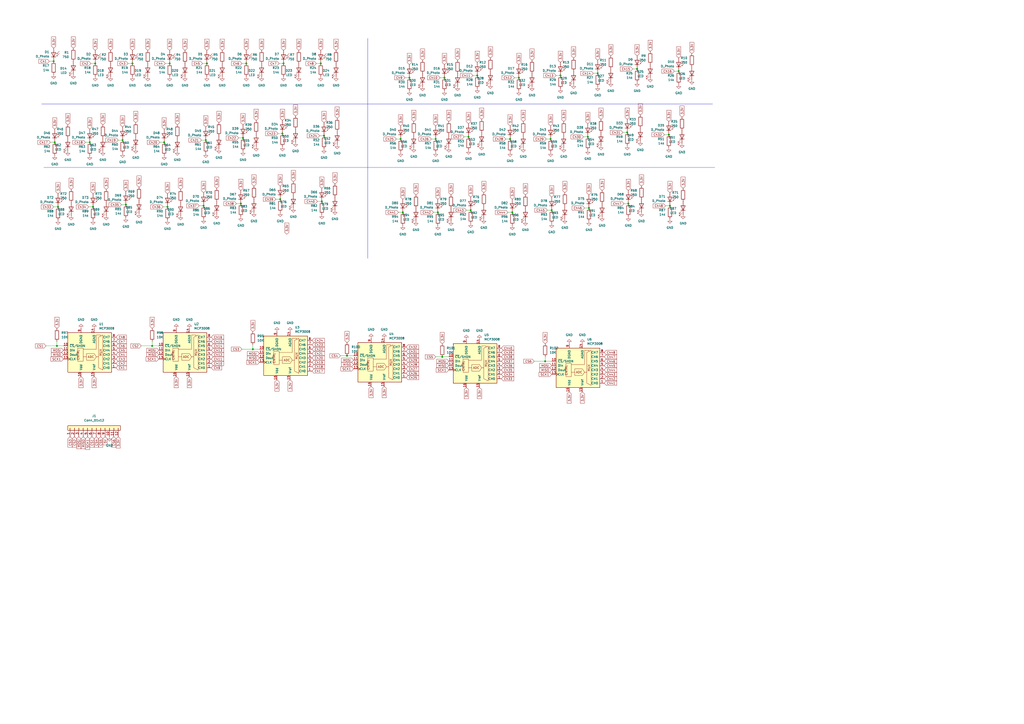
<source format=kicad_sch>
(kicad_sch (version 20250114) (generator "eeschema") (generator_version "9.0")
  (paper "A2")
  (rectangle (start 25.4 97.155) (end 414.655 97.155))
  (rectangle (start 213.36 22.225) (end 213.36 149.86))
  (rectangle (start 24.13 60.325) (end 413.385 60.325))
  (junction (at 201.295 206.375))
  (junction (at 388.62 119.38))
  (junction (at 120.015 36.83))
  (junction (at 393.7 41.275))
  (junction (at 187.96 78.74))
  (junction (at 363.855 76.835))
  (junction (at 76.835 36.83))
  (junction (at 52.07 82.55))
  (junction (at 139.7 118.11))
  (junction (at 295.91 80.645))
  (junction (at 186.055 36.83))
  (junction (at 364.49 118.11))
  (junction (at 320.04 121.92))
  (junction (at 98.425 36.83))
  (junction (at 316.23 209.55))
  (junction (at 118.11 119.38))
  (junction (at 254 123.19))
  (junction (at 387.985 78.105))
  (junction (at 55.245 36.83))
  (junction (at 95.25 82.55))
  (junction (at 232.41 80.645))
  (junction (at 88.265 200.66))
  (junction (at 369.57 40.005))
  (junction (at 73.025 118.745))
  (junction (at 140.97 80.01))
  (junction (at 186.69 116.84))
  (junction (at 146.685 202.565))
  (junction (at 271.78 79.375))
  (junction (at 33.02 200.66))
  (junction (at 97.155 120.015))
  (junction (at 341.63 120.65))
  (junction (at 252.73 80.645))
  (junction (at 257.81 45.085))
  (junction (at 164.465 36.83))
  (junction (at 340.995 79.375))
  (junction (at 31.75 82.55))
  (junction (at 276.86 43.815))
  (junction (at 71.12 81.28))
  (junction (at 119.38 81.28))
  (junction (at 162.56 115.57))
  (junction (at 319.405 80.645))
  (junction (at 33.655 120.015))
  (junction (at 325.12 43.815))
  (junction (at 142.875 36.83))
  (junction (at 233.68 123.19))
  (junction (at 297.18 123.19))
  (junction (at 31.115 35.56))
  (junction (at 273.05 121.92))
  (junction (at 300.99 45.085))
  (junction (at 163.83 77.47))
  (junction (at 53.975 120.015))
  (junction (at 256.54 207.01))
  (junction (at 346.71 42.545))
  (junction (at 237.49 45.085))
  (wire (pts (xy 295.91 80.645) (xy 293.37 80.645)))
  (wire (pts (xy 297.18 123.19) (xy 294.64 123.19)))
  (wire (pts (xy 273.05 121.92) (xy 270.51 121.92)))
  (wire (pts (xy 140.97 80.01) (xy 138.43 80.01)))
  (wire (pts (xy 257.81 45.085) (xy 255.27 45.085)))
  (wire (pts (xy 369.57 40.005) (xy 367.03 40.005)))
  (wire (pts (xy 33.655 120.015) (xy 31.115 120.015)))
  (wire (pts (xy 140.335 202.565) (xy 146.685 202.565)))
  (wire (pts (xy 309.88 209.55) (xy 316.23 209.55)))
  (wire (pts (xy 164.465 36.83) (xy 161.925 36.83)))
  (wire (pts (xy 33.02 200.66) (xy 36.83 200.66)))
  (wire (pts (xy 88.265 198.12) (xy 88.265 200.66)))
  (wire (pts (xy 316.23 207.01) (xy 316.23 209.55)))
  (wire (pts (xy 276.86 43.815) (xy 274.32 43.815)))
  (wire (pts (xy 363.855 76.835) (xy 361.315 76.835)))
  (wire (pts (xy 33.02 198.12) (xy 33.02 200.66)))
  (wire (pts (xy 388.62 119.38) (xy 386.08 119.38)))
  (wire (pts (xy 76.835 36.83) (xy 74.295 36.83)))
  (wire (pts (xy 201.295 206.375) (xy 205.105 206.375)))
  (wire (pts (xy 146.685 200.025) (xy 146.685 202.565)))
  (wire (pts (xy 186.69 116.84) (xy 184.15 116.84)))
  (wire (pts (xy 325.12 43.815) (xy 322.58 43.815)))
  (wire (pts (xy 55.245 36.83) (xy 52.705 36.83)))
  (wire (pts (xy 364.49 118.11) (xy 361.95 118.11)))
  (wire (pts (xy 98.425 36.83) (xy 95.885 36.83)))
  (wire (pts (xy 316.23 209.55) (xy 320.04 209.55)))
  (wire (pts (xy 81.915 200.66) (xy 88.265 200.66)))
  (wire (pts (xy 346.71 42.545) (xy 344.17 42.545)))
  (wire (pts (xy 139.7 118.11) (xy 137.16 118.11)))
  (wire (pts (xy 31.75 82.55) (xy 29.21 82.55)))
  (wire (pts (xy 120.015 36.83) (xy 117.475 36.83)))
  (wire (pts (xy 254 123.19) (xy 251.46 123.19)))
  (wire (pts (xy 340.995 79.375) (xy 338.455 79.375)))
  (wire (pts (xy 118.11 119.38) (xy 115.57 119.38)))
  (wire (pts (xy 71.12 81.28) (xy 68.58 81.28)))
  (wire (pts (xy 187.96 78.74) (xy 185.42 78.74)))
  (wire (pts (xy 237.49 45.085) (xy 234.95 45.085)))
  (wire (pts (xy 319.405 80.645) (xy 316.865 80.645)))
  (wire (pts (xy 142.875 36.83) (xy 140.335 36.83)))
  (wire (pts (xy 233.68 123.19) (xy 231.14 123.19)))
  (wire (pts (xy 97.155 120.015) (xy 94.615 120.015)))
  (wire (pts (xy 146.685 202.565) (xy 150.495 202.565)))
  (wire (pts (xy 197.485 206.375) (xy 201.295 206.375)))
  (wire (pts (xy 26.67 200.66) (xy 33.02 200.66)))
  (wire (pts (xy 163.83 77.47) (xy 161.29 77.47)))
  (wire (pts (xy 119.38 81.28) (xy 116.84 81.28)))
  (wire (pts (xy 387.985 78.105) (xy 385.445 78.105)))
  (wire (pts (xy 88.265 200.66) (xy 92.075 200.66)))
  (wire (pts (xy 31.115 35.56) (xy 28.575 35.56)))
  (wire (pts (xy 271.78 79.375) (xy 269.24 79.375)))
  (wire (pts (xy 252.73 207.01) (xy 256.54 207.01)))
  (wire (pts (xy 186.055 36.83) (xy 183.515 36.83)))
  (wire (pts (xy 232.41 80.645) (xy 229.87 80.645)))
  (wire (pts (xy 95.25 82.55) (xy 92.71 82.55)))
  (wire (pts (xy 162.56 115.57) (xy 160.02 115.57)))
  (wire (pts (xy 52.07 82.55) (xy 49.53 82.55)))
  (wire (pts (xy 252.73 80.645) (xy 250.19 80.645)))
  (wire (pts (xy 320.04 121.92) (xy 317.5 121.92)))
  (wire (pts (xy 256.54 207.01) (xy 260.35 207.01)))
  (wire (pts (xy 300.99 45.085) (xy 298.45 45.085)))
  (wire (pts (xy 393.7 41.275) (xy 391.16 41.275)))
  (wire (pts (xy 73.025 118.745) (xy 70.485 118.745)))
  (wire (pts (xy 53.975 120.015) (xy 51.435 120.015)))
  (wire (pts (xy 341.63 120.65) (xy 339.09 120.65)))
  (global_label "Ch3" (shape input) (at 67.31 208.28 0) (property "Intersheetrefs" "${INTERSHEET_REFS}" (effects (hide yes))))
  (global_label "Ch7" (shape input) (at 67.31 198.12 0) (property "Intersheetrefs" "${INTERSHEET_REFS}" (effects (hide yes))))
  (global_label "CS1" (shape input) (at 53.34 253.365 270) (property "Intersheetrefs" "${INTERSHEET_REFS}" (effects (hide yes))))
  (global_label "3.3V" (shape input) (at 33.02 190.5 90) (property "Intersheetrefs" "${INTERSHEET_REFS}" (effects (hide yes))))
  (global_label "3.3V" (shape input) (at 164.465 29.21 90) (property "Intersheetrefs" "${INTERSHEET_REFS}" (effects (hide yes))))
  (global_label "MOSI" (shape input) (at 320.04 212.09 180) (property "Intersheetrefs" "${INTERSHEET_REFS}" (effects (hide yes))))
  (global_label "Ch40" (shape input) (at 184.15 116.84 180) (property "Intersheetrefs" "${INTERSHEET_REFS}" (effects (hide yes))))
  (global_label "Ch8" (shape input) (at 183.515 36.83 180) (property "Intersheetrefs" "${INTERSHEET_REFS}" (effects (hide yes))))
  (global_label "SCK1" (shape input) (at 260.35 214.63 180) (property "Intersheetrefs" "${INTERSHEET_REFS}" (effects (hide yes))))
  (global_label "MOSI" (shape input) (at 205.105 208.915 180) (property "Intersheetrefs" "${INTERSHEET_REFS}" (effects (hide yes))))
  (global_label "3.3V" (shape input) (at 39.37 72.39 90) (property "Intersheetrefs" "${INTERSHEET_REFS}" (effects (hide yes))))
  (global_label "Ch25" (shape input) (at 235.585 219.075 0) (property "Intersheetrefs" "${INTERSHEET_REFS}" (effects (hide yes))))
  (global_label "CS6" (shape input) (at 66.04 253.365 270) (property "Intersheetrefs" "${INTERSHEET_REFS}" (effects (hide yes))))
  (global_label "3.3V" (shape input) (at 257.81 37.465 90) (property "Intersheetrefs" "${INTERSHEET_REFS}" (effects (hide yes))))
  (global_label "Ch45" (shape input) (at 350.52 212.09 0) (property "Intersheetrefs" "${INTERSHEET_REFS}" (effects (hide yes))))
  (global_label "3.3V" (shape input) (at 41.275 109.855 90) (property "Intersheetrefs" "${INTERSHEET_REFS}" (effects (hide yes))))
  (global_label "Ch23" (shape input) (at 180.975 200.025 0) (property "Intersheetrefs" "${INTERSHEET_REFS}" (effects (hide yes))))
  (global_label "Ch2" (shape input) (at 52.705 36.83 180) (property "Intersheetrefs" "${INTERSHEET_REFS}" (effects (hide yes))))
  (global_label "3.3V" (shape input) (at 80.645 108.585 90) (property "Intersheetrefs" "${INTERSHEET_REFS}" (effects (hide yes))))
  (global_label "CS5" (shape input) (at 58.42 253.365 270) (property "Intersheetrefs" "${INTERSHEET_REFS}" (effects (hide yes))))
  (global_label "3.3V" (shape input) (at 162.56 107.95 90) (property "Intersheetrefs" "${INTERSHEET_REFS}" (effects (hide yes))))
  (global_label "Ch21" (shape input) (at 116.84 81.28 180) (property "Intersheetrefs" "${INTERSHEET_REFS}" (effects (hide yes))))
  (global_label "3.3V" (shape input) (at 240.03 70.485 90) (property "Intersheetrefs" "${INTERSHEET_REFS}" (effects (hide yes))))
  (global_label "CS5" (shape input) (at 252.73 207.01 180) (property "Intersheetrefs" "${INTERSHEET_REFS}" (effects (hide yes))))
  (global_label "Ch41" (shape input) (at 350.52 222.25 0) (property "Intersheetrefs" "${INTERSHEET_REFS}" (effects (hide yes))))
  (global_label "Ch28" (shape input) (at 235.585 211.455 0) (property "Intersheetrefs" "${INTERSHEET_REFS}" (effects (hide yes))))
  (global_label "Ch46" (shape input) (at 350.52 209.55 0) (property "Intersheetrefs" "${INTERSHEET_REFS}" (effects (hide yes))))
  (global_label "3.3V" (shape input) (at 102.87 72.39 90) (property "Intersheetrefs" "${INTERSHEET_REFS}" (effects (hide yes))))
  (global_label "3.3V" (shape input) (at 241.3 113.03 90) (property "Intersheetrefs" "${INTERSHEET_REFS}" (effects (hide yes))))
  (global_label "Ch17" (shape input) (at 180.975 215.265 0) (property "Intersheetrefs" "${INTERSHEET_REFS}" (effects (hide yes))))
  (global_label "3.3V" (shape input) (at 327.025 70.485 90) (property "Intersheetrefs" "${INTERSHEET_REFS}" (effects (hide yes))))
  (global_label "Ch25" (shape input) (at 229.87 80.645 180) (property "Intersheetrefs" "${INTERSHEET_REFS}" (effects (hide yes))))
  (global_label "3.3V" (shape input) (at 33.655 112.395 90) (property "Intersheetrefs" "${INTERSHEET_REFS}" (effects (hide yes))))
  (global_label "Ch10" (shape input) (at 255.27 45.085 180) (property "Intersheetrefs" "${INTERSHEET_REFS}" (effects (hide yes))))
  (global_label "Ch40" (shape input) (at 290.83 201.93 0) (property "Intersheetrefs" "${INTERSHEET_REFS}" (effects (hide yes))))
  (global_label "Ch1" (shape input) (at 67.31 213.36 0) (property "Intersheetrefs" "${INTERSHEET_REFS}" (effects (hide yes))))
  (global_label "MISO" (shape input) (at 150.495 207.645 180) (property "Intersheetrefs" "${INTERSHEET_REFS}" (effects (hide yes))))
  (global_label "3.3V" (shape input) (at 260.35 70.485 90) (property "Intersheetrefs" "${INTERSHEET_REFS}" (effects (hide yes))))
  (global_label "3.3V" (shape input) (at 271.78 71.755 90) (property "Intersheetrefs" "${INTERSHEET_REFS}" (effects (hide yes))))
  (global_label "MISO" (shape input) (at 205.105 211.455 180) (property "Intersheetrefs" "${INTERSHEET_REFS}" (effects (hide yes))))
  (global_label "3.3V" (shape input) (at 97.155 112.395 90) (property "Intersheetrefs" "${INTERSHEET_REFS}" (effects (hide yes))))
  (global_label "MOSI" (shape input) (at 260.35 209.55 180) (property "Intersheetrefs" "${INTERSHEET_REFS}" (effects (hide yes))))
  (global_label "Ch22" (shape input) (at 138.43 80.01 180) (property "Intersheetrefs" "${INTERSHEET_REFS}" (effects (hide yes))))
  (global_label "3.3V" (shape input) (at 261.62 113.03 90) (property "Intersheetrefs" "${INTERSHEET_REFS}" (effects (hide yes))))
  (global_label "3.3V" (shape input) (at 308.61 34.925 90) (property "Intersheetrefs" "${INTERSHEET_REFS}" (effects (hide yes))))
  (global_label "3.3V" (shape input) (at 387.985 70.485 90) (property "Intersheetrefs" "${INTERSHEET_REFS}" (effects (hide yes))))
  (global_label "MOSI" (shape input) (at 45.72 253.365 270) (property "Intersheetrefs" "${INTERSHEET_REFS}" (effects (hide yes))))
  (global_label "3.3V" (shape input) (at 388.62 111.76 90) (property "Intersheetrefs" "${INTERSHEET_REFS}" (effects (hide yes))))
  (global_label "3.3V" (shape input) (at 320.04 114.3 90) (property "Intersheetrefs" "${INTERSHEET_REFS}" (effects (hide yes))))
  (global_label "MISO" (shape input) (at 320.04 214.63 180) (property "Intersheetrefs" "${INTERSHEET_REFS}" (effects (hide yes))))
  (global_label "CS4" (shape input) (at 197.485 206.375 180) (property "Intersheetrefs" "${INTERSHEET_REFS}" (effects (hide yes))))
  (global_label "Ch45" (shape input) (at 317.5 121.92 180) (property "Intersheetrefs" "${INTERSHEET_REFS}" (effects (hide yes))))
  (global_label "3.3V" (shape input) (at 252.73 73.025 90) (property "Intersheetrefs" "${INTERSHEET_REFS}" (effects (hide yes))))
  (global_label "3.3V" (shape input) (at 71.12 73.66 90) (property "Intersheetrefs" "${INTERSHEET_REFS}" (effects (hide yes))))
  (global_label "3.3V" (shape input) (at 222.885 224.155 270) (property "Intersheetrefs" "${INTERSHEET_REFS}" (effects (hide yes))))
  (global_label "MOSI" (shape input) (at 36.83 203.2 180) (property "Intersheetrefs" "${INTERSHEET_REFS}" (effects (hide yes))))
  (global_label "Ch28" (shape input) (at 293.37 80.645 180) (property "Intersheetrefs" "${INTERSHEET_REFS}" (effects (hide yes))))
  (global_label "MOSI" (shape input) (at 150.495 205.105 180) (property "Intersheetrefs" "${INTERSHEET_REFS}" (effects (hide yes))))
  (global_label "3.3V" (shape input) (at 371.475 66.675 90) (property "Intersheetrefs" "${INTERSHEET_REFS}" (effects (hide yes))))
  (global_label "Ch48" (shape input) (at 350.52 204.47 0) (property "Intersheetrefs" "${INTERSHEET_REFS}" (effects (hide yes))))
  (global_label "Ch16" (shape input) (at 122.555 195.58 0) (property "Intersheetrefs" "${INTERSHEET_REFS}" (effects (hide yes))))
  (global_label "3.3V" (shape input) (at 125.73 109.22 90) (property "Intersheetrefs" "${INTERSHEET_REFS}" (effects (hide yes))))
  (global_label "3.3V" (shape input) (at 95.25 74.93 90) (property "Intersheetrefs" "${INTERSHEET_REFS}" (effects (hide yes))))
  (global_label "3.3V" (shape input) (at 330.2 227.33 270) (property "Intersheetrefs" "${INTERSHEET_REFS}" (effects (hide yes))))
  (global_label "3.3V" (shape input) (at 42.545 27.94 90) (property "Intersheetrefs" "${INTERSHEET_REFS}" (effects (hide yes))))
  (global_label "Ch36" (shape input) (at 94.615 120.015 180) (property "Intersheetrefs" "${INTERSHEET_REFS}" (effects (hide yes))))
  (global_label "CS3" (shape input) (at 140.335 202.565 180) (property "Intersheetrefs" "${INTERSHEET_REFS}" (effects (hide yes))))
  (global_label "Ch27" (shape input) (at 235.585 213.995 0) (property "Intersheetrefs" "${INTERSHEET_REFS}" (effects (hide yes))))
  (global_label "Ch11" (shape input) (at 274.32 43.815 180) (property "Intersheetrefs" "${INTERSHEET_REFS}" (effects (hide yes))))
  (global_label "Ch35" (shape input) (at 70.485 118.745 180) (property "Intersheetrefs" "${INTERSHEET_REFS}" (effects (hide yes))))
  (global_label "Ch18" (shape input) (at 49.53 82.55 180) (property "Intersheetrefs" "${INTERSHEET_REFS}" (effects (hide yes))))
  (global_label "3.3V" (shape input) (at 163.83 69.85 90) (property "Intersheetrefs" "${INTERSHEET_REFS}" (effects (hide yes))))
  (global_label "3.3V" (shape input) (at 325.12 36.195 90) (property "Intersheetrefs" "${INTERSHEET_REFS}" (effects (hide yes))))
  (global_label "3.3V" (shape input) (at 372.11 107.95 90) (property "Intersheetrefs" "${INTERSHEET_REFS}" (effects (hide yes))))
  (global_label "3.3V" (shape input) (at 78.74 71.12 90) (property "Intersheetrefs" "${INTERSHEET_REFS}" (effects (hide yes))))
  (global_label "3.3V" (shape input) (at 377.19 29.845 90) (property "Intersheetrefs" "${INTERSHEET_REFS}" (effects (hide yes))))
  (global_label "Ch32" (shape input) (at 235.585 201.295 0) (property "Intersheetrefs" "${INTERSHEET_REFS}" (effects (hide yes))))
  (global_label "MOSI" (shape input) (at 92.075 203.2 180) (property "Intersheetrefs" "${INTERSHEET_REFS}" (effects (hide yes))))
  (global_label "3.3V" (shape input) (at 393.7 33.655 90) (property "Intersheetrefs" "${INTERSHEET_REFS}" (effects (hide yes))))
  (global_label "Ch47" (shape input) (at 361.95 118.11 180) (property "Intersheetrefs" "${INTERSHEET_REFS}" (effects (hide yes))))
  (global_label "3.3V" (shape input) (at 59.69 72.39 90) (property "Intersheetrefs" "${INTERSHEET_REFS}" (effects (hide yes))))
  (global_label "Ch38" (shape input) (at 290.83 207.01 0) (property "Intersheetrefs" "${INTERSHEET_REFS}" (effects (hide yes))))
  (global_label "3.3V" (shape input) (at 201.295 198.755 90) (property "Intersheetrefs" "${INTERSHEET_REFS}" (effects (hide yes))))
  (global_label "3.3V" (shape input) (at 304.8 113.03 90) (property "Intersheetrefs" "${INTERSHEET_REFS}" (effects (hide yes))))
  (global_label "3.3V" (shape input) (at 139.7 110.49 90) (property "Intersheetrefs" "${INTERSHEET_REFS}" (effects (hide yes))))
  (global_label "3.3V" (shape input) (at 146.685 192.405 90) (property "Intersheetrefs" "${INTERSHEET_REFS}" (effects (hide yes))))
  (global_label "3.3V" (shape input) (at 396.24 109.22 90) (property "Intersheetrefs" "${INTERSHEET_REFS}" (effects (hide yes))))
  (global_label "3.3V" (shape input) (at 265.43 34.925 90) (property "Intersheetrefs" "${INTERSHEET_REFS}" (effects (hide yes))))
  (global_label "3.3V" (shape input) (at 194.31 106.68 90) (property "Intersheetrefs" "${INTERSHEET_REFS}" (effects (hide yes))))
  (global_label "3.3V" (shape input) (at 279.4 69.215 90) (property "Intersheetrefs" "${INTERSHEET_REFS}" (effects (hide yes))))
  (global_label "Ch6" (shape input) (at 67.31 200.66 0) (property "Intersheetrefs" "${INTERSHEET_REFS}" (effects (hide yes))))
  (global_label "Ch12" (shape input) (at 298.45 45.085 180) (property "Intersheetrefs" "${INTERSHEET_REFS}" (effects (hide yes))))
  (global_label "MISO" (shape input) (at 48.26 253.365 270) (property "Intersheetrefs" "${INTERSHEET_REFS}" (effects (hide yes))))
  (global_label "Ch21" (shape input) (at 180.975 205.105 0) (property "Intersheetrefs" "${INTERSHEET_REFS}" (effects (hide yes))))
  (global_label "3.3V" (shape input) (at 148.59 69.85 90) (property "Intersheetrefs" "${INTERSHEET_REFS}" (effects (hide yes))))
  (global_label "3.3V" (shape input) (at 270.51 224.79 270) (property "Intersheetrefs" "${INTERSHEET_REFS}" (effects (hide yes))))
  (global_label "Ch37" (shape input) (at 115.57 119.38 180) (property "Intersheetrefs" "${INTERSHEET_REFS}" (effects (hide yes))))
  (global_label "3.3V" (shape input) (at 53.975 112.395 90) (property "Intersheetrefs" "${INTERSHEET_REFS}" (effects (hide yes))))
  (global_label "3.3V" (shape input) (at 232.41 73.025 90) (property "Intersheetrefs" "${INTERSHEET_REFS}" (effects (hide yes))))
  (global_label "Ch8" (shape input) (at 67.31 195.58 0) (property "Intersheetrefs" "${INTERSHEET_REFS}" (effects (hide yes))))
  (global_label "3.3V" (shape input) (at 104.775 109.855 90) (property "Intersheetrefs" "${INTERSHEET_REFS}" (effects (hide yes))))
  (global_label "3.3V" (shape input) (at 85.725 29.21 90) (property "Intersheetrefs" "${INTERSHEET_REFS}" (effects (hide yes))))
  (global_label "MISO" (shape input) (at 260.35 212.09 180) (property "Intersheetrefs" "${INTERSHEET_REFS}" (effects (hide yes))))
  (global_label "Ch24" (shape input) (at 185.42 78.74 180) (property "Intersheetrefs" "${INTERSHEET_REFS}" (effects (hide yes))))
  (global_label "3.3V" (shape input) (at 284.48 33.655 90) (property "Intersheetrefs" "${INTERSHEET_REFS}" (effects (hide yes))))
  (global_label "Ch16" (shape input) (at 391.16 41.275 180) (property "Intersheetrefs" "${INTERSHEET_REFS}" (effects (hide yes))))
  (global_label "3.3V" (shape input) (at 68.58 253.365 270) (property "Intersheetrefs" "${INTERSHEET_REFS}" (effects (hide yes))))
  (global_label "Ch13" (shape input) (at 122.555 203.2 0) (property "Intersheetrefs" "${INTERSHEET_REFS}" (effects (hide yes))))
  (global_label "3.3V" (shape input) (at 98.425 29.21 90) (property "Intersheetrefs" "${INTERSHEET_REFS}" (effects (hide yes))))
  (global_label "3.3V" (shape input) (at 364.49 110.49 90) (property "Intersheetrefs" "${INTERSHEET_REFS}" (effects (hide yes))))
  (global_label "Ch31" (shape input) (at 235.585 203.835 0) (property "Intersheetrefs" "${INTERSHEET_REFS}" (effects (hide yes))))
  (global_label "Ch33" (shape input) (at 31.115 120.015 180) (property "Intersheetrefs" "${INTERSHEET_REFS}" (effects (hide yes))))
  (global_label "3.3V" (shape input) (at 278.13 224.79 270) (property "Intersheetrefs" "${INTERSHEET_REFS}" (effects (hide yes))))
  (global_label "3.3V" (shape input) (at 151.765 29.21 90) (property "Intersheetrefs" "${INTERSHEET_REFS}" (effects (hide yes))))
  (global_label "Ch14" (shape input) (at 344.17 42.545 180) (property "Intersheetrefs" "${INTERSHEET_REFS}" (effects (hide yes))))
  (global_label "Ch11" (shape input) (at 122.555 208.28 0) (property "Intersheetrefs" "${INTERSHEET_REFS}" (effects (hide yes))))
  (global_label "3.3V" (shape input) (at 73.025 111.125 90) (property "Intersheetrefs" "${INTERSHEET_REFS}" (effects (hide yes))))
  (global_label "3.3V" (shape input) (at 142.875 29.21 90) (property "Intersheetrefs" "${INTERSHEET_REFS}" (effects (hide yes))))
  (global_label "3.3V" (shape input) (at 127 71.12 90) (property "Intersheetrefs" "${INTERSHEET_REFS}" (effects (hide yes))))
  (global_label "3.3V" (shape input) (at 349.25 110.49 90) (property "Intersheetrefs" "${INTERSHEET_REFS}" (effects (hide yes))))
  (global_label "3.3V" (shape input) (at 341.63 113.03 90) (property "Intersheetrefs" "${INTERSHEET_REFS}" (effects (hide yes))))
  (global_label "3.3V" (shape input) (at 61.595 109.855 90) (property "Intersheetrefs" "${INTERSHEET_REFS}" (effects (hide yes))))
  (global_label "Ch48" (shape input) (at 386.08 119.38 180) (property "Intersheetrefs" "${INTERSHEET_REFS}" (effects (hide yes))))
  (global_label "Ch38" (shape input) (at 137.16 118.11 180) (property "Intersheetrefs" "${INTERSHEET_REFS}" (effects (hide yes))))
  (global_label "5V" (shape input) (at 60.96 253.365 270) (property "Intersheetrefs" "${INTERSHEET_REFS}" (effects (hide yes))))
  (global_label "Ch19" (shape input) (at 180.975 210.185 0) (property "Intersheetrefs" "${INTERSHEET_REFS}" (effects (hide yes))))
  (global_label "3.3V" (shape input) (at 276.86 36.195 90) (property "Intersheetrefs" "${INTERSHEET_REFS}" (effects (hide yes))))
  (global_label "3.3V" (shape input) (at 120.015 29.21 90) (property "Intersheetrefs" "${INTERSHEET_REFS}" (effects (hide yes))))
  (global_label "Ch12" (shape input) (at 122.555 205.74 0) (property "Intersheetrefs" "${INTERSHEET_REFS}" (effects (hide yes))))
  (global_label "3.3V" (shape input) (at 295.91 73.025 90) (property "Intersheetrefs" "${INTERSHEET_REFS}" (effects (hide yes))))
  (global_label "Ch10" (shape input) (at 122.555 210.82 0) (property "Intersheetrefs" "${INTERSHEET_REFS}" (effects (hide yes))))
  (global_label "Ch14" (shape input) (at 122.555 200.66 0) (property "Intersheetrefs" "${INTERSHEET_REFS}" (effects (hide yes))))
  (global_label "3.3V" (shape input) (at 195.58 68.58 90) (property "Intersheetrefs" "${INTERSHEET_REFS}" (effects (hide yes))))
  (global_label "CS6" (shape input) (at 309.88 209.55 180) (property "Intersheetrefs" "${INTERSHEET_REFS}" (effects (hide yes))))
  (global_label "3.3V" (shape input) (at 340.995 71.755 90) (property "Intersheetrefs" "${INTERSHEET_REFS}" (effects (hide yes))))
  (global_label "SCK1" (shape input) (at 92.075 208.28 180) (property "Intersheetrefs" "${INTERSHEET_REFS}" (effects (hide yes))))
  (global_label "3.3V" (shape input) (at 346.71 34.925 90) (property "Intersheetrefs" "${INTERSHEET_REFS}" (effects (hide yes))))
  (global_label "Ch9" (shape input) (at 122.555 213.36 0) (property "Intersheetrefs" "${INTERSHEET_REFS}" (effects (hide yes))))
  (global_label "3.3V" (shape input) (at 194.945 29.21 90) (property "Intersheetrefs" "${INTERSHEET_REFS}" (effects (hide yes))))
  (global_label "3.3V" (shape input) (at 254 115.57 90) (property "Intersheetrefs" "${INTERSHEET_REFS}" (effects (hide yes))))
  (global_label "CS2" (shape input) (at 81.915 200.66 180) (property "Intersheetrefs" "${INTERSHEET_REFS}" (effects (hide yes))))
  (global_label "3.3V" (shape input) (at 170.18 105.41 90) (property "Intersheetrefs" "${INTERSHEET_REFS}" (effects (hide yes))))
  (global_label "Ch39" (shape input) (at 290.83 204.47 0) (property "Intersheetrefs" "${INTERSHEET_REFS}" (effects (hide yes))))
  (global_label "CS4" (shape input) (at 55.88 253.365 270) (property "Intersheetrefs" "${INTERSHEET_REFS}" (effects (hide yes))))
  (global_label "3.3V" (shape input) (at 46.99 218.44 270) (property "Intersheetrefs" "${INTERSHEET_REFS}" (effects (hide yes))))
  (global_label "Ch26" (shape input) (at 235.585 216.535 0) (property "Intersheetrefs" "${INTERSHEET_REFS}" (effects (hide yes))))
  (global_label "3.3V" (shape input) (at 102.235 218.44 270) (property "Intersheetrefs" "${INTERSHEET_REFS}" (effects (hide yes))))
  (global_label "3.3V" (shape input) (at 173.355 29.21 90) (property "Intersheetrefs" "${INTERSHEET_REFS}" (effects (hide yes))))
  (global_label "3.3V" (shape input) (at 186.69 109.22 90) (property "Intersheetrefs" "${INTERSHEET_REFS}" (effects (hide yes))))
  (global_label "3.3V" (shape input) (at 395.605 67.945 90) (property "Intersheetrefs" "${INTERSHEET_REFS}" (effects (hide yes))))
  (global_label "Ch15" (shape input) (at 122.555 198.12 0) (property "Intersheetrefs" "${INTERSHEET_REFS}" (effects (hide yes))))
  (global_label "SCK1" (shape input) (at 150.495 210.185 180) (property "Intersheetrefs" "${INTERSHEET_REFS}" (effects (hide yes))))
  (global_label "3.3V" (shape input) (at 187.96 71.12 90) (property "Intersheetrefs" "${INTERSHEET_REFS}" (effects (hide yes))))
  (global_label "Ch23" (shape input) (at 161.29 77.47 180) (property "Intersheetrefs" "${INTERSHEET_REFS}" (effects (hide yes))))
  (global_label "3.3V" (shape input) (at 363.855 69.215 90) (property "Intersheetrefs" "${INTERSHEET_REFS}" (effects (hide yes))))
  (global_label "3.3V" (shape input) (at 76.835 29.21 90) (property "Intersheetrefs" "${INTERSHEET_REFS}" (effects (hide yes))))
  (global_label "3.3V" (shape input) (at 171.45 67.31 90) (property "Intersheetrefs" "${INTERSHEET_REFS}" (effects (hide yes))))
  (global_label "Ch1" (shape input) (at 28.575 35.56 180) (property "Intersheetrefs" "${INTERSHEET_REFS}" (effects (hide yes))))
  (global_label "Ch20" (shape input) (at 180.975 207.645 0) (property "Intersheetrefs" "${INTERSHEET_REFS}" (effects (hide yes))))
  (global_label "3.3V" (shape input) (at 31.115 27.94 90) (property "Intersheetrefs" "${INTERSHEET_REFS}" (effects (hide yes))))
  (global_label "Ch24" (shape input) (at 180.975 197.485 0) (property "Intersheetrefs" "${INTERSHEET_REFS}" (effects (hide yes))))
  (global_label "Ch5" (shape input) (at 67.31 203.2 0) (property "Intersheetrefs" "${INTERSHEET_REFS}" (effects (hide yes))))
  (global_label "Ch7" (shape input) (at 161.925 36.83 180) (property "Intersheetrefs" "${INTERSHEET_REFS}" (effects (hide yes))))
  (global_label "Ch33" (shape input) (at 290.83 219.71 0) (property "Intersheetrefs" "${INTERSHEET_REFS}" (effects (hide yes))))
  (global_label "3.3V" (shape input) (at 147.32 107.95 90) (property "Intersheetrefs" "${INTERSHEET_REFS}" (effects (hide yes))))
  (global_label "3.3V" (shape input) (at 319.405 73.025 90) (property "Intersheetrefs" "${INTERSHEET_REFS}" (effects (hide yes))))
  (global_label "3.3V" (shape input) (at 237.49 37.465 90) (property "Intersheetrefs" "${INTERSHEET_REFS}" (effects (hide yes))))
  (global_label "3.3V" (shape input) (at 109.855 218.44 270) (property "Intersheetrefs" "${INTERSHEET_REFS}" (effects (hide yes))))
  (global_label "Ch47" (shape input) (at 350.52 207.01 0) (property "Intersheetrefs" "${INTERSHEET_REFS}" (effects (hide yes))))
  (global_label "MISO" (shape input) (at 36.83 205.74 180) (property "Intersheetrefs" "${INTERSHEET_REFS}" (effects (hide yes))))
  (global_label "Ch36" (shape input) (at 290.83 212.09 0) (property "Intersheetrefs" "${INTERSHEET_REFS}" (effects (hide yes))))
  (global_label "Ch30" (shape input) (at 235.585 206.375 0) (property "Intersheetrefs" "${INTERSHEET_REFS}" (effects (hide yes))))
  (global_label "3.3V" (shape input) (at 256.54 199.39 90) (property "Intersheetrefs" "${INTERSHEET_REFS}" (effects (hide yes))))
  (global_label "Ch34" (shape input) (at 290.83 217.17 0) (property "Intersheetrefs" "${INTERSHEET_REFS}" (effects (hide yes))))
  (global_label "Ch20" (shape input) (at 92.71 82.55 180) (property "Intersheetrefs" "${INTERSHEET_REFS}" (effects (hide yes))))
  (global_label "Ch39" (shape input) (at 160.02 115.57 180) (property "Intersheetrefs" "${INTERSHEET_REFS}" (effects (hide yes))))
  (global_label "Ch4" (shape input) (at 95.885 36.83 180) (property "Intersheetrefs" "${INTERSHEET_REFS}" (effects (hide yes))))
  (global_label "Ch35" (shape input) (at 290.83 214.63 0) (property "Intersheetrefs" "${INTERSHEET_REFS}" (effects (hide yes))))
  (global_label "3.3V" (shape input) (at 401.32 31.115 90) (property "Intersheetrefs" "${INTERSHEET_REFS}" (effects (hide yes))))
  (global_label "3.3V" (shape input) (at 303.53 70.485 90) (property "Intersheetrefs" "${INTERSHEET_REFS}" (effects (hide yes))))
  (global_label "Ch42" (shape input) (at 350.52 219.71 0) (property "Intersheetrefs" "${INTERSHEET_REFS}" (effects (hide yes))))
  (global_label "CS2" (shape input) (at 43.18 253.365 270) (property "Intersheetrefs" "${INTERSHEET_REFS}" (effects (hide yes))))
  (global_label "CS1" (shape input) (at 26.67 200.66 180) (property "Intersheetrefs" "${INTERSHEET_REFS}" (effects (hide yes))))
  (global_label "3.3V" (shape input) (at 369.57 32.385 90) (property "Intersheetrefs" "${INTERSHEET_REFS}" (effects (hide yes))))
  (global_label "Ch22" (shape input) (at 180.975 202.565 0) (property "Intersheetrefs" "${INTERSHEET_REFS}" (effects (hide yes))))
  (global_label "3.3V" (shape input) (at 107.315 29.21 90) (property "Intersheetrefs" "${INTERSHEET_REFS}" (effects (hide yes))))
  (global_label "Ch4" (shape input) (at 67.31 205.74 0) (property "Intersheetrefs" "${INTERSHEET_REFS}" (effects (hide yes))))
  (global_label "Ch3" (shape input) (at 74.295 36.83 180) (property "Intersheetrefs" "${INTERSHEET_REFS}" (effects (hide yes))))
  (global_label "3.3V" (shape input) (at 168.275 220.345 270) (property "Intersheetrefs" "${INTERSHEET_REFS}" (effects (hide yes))))
  (global_label "3.3V" (shape input) (at 64.135 29.21 90) (property "Intersheetrefs" "${INTERSHEET_REFS}" (effects (hide yes))))
  (global_label "Ch46" (shape input) (at 339.09 120.65 180) (property "Intersheetrefs" "${INTERSHEET_REFS}" (effects (hide yes))))
  (global_label "Ch29" (shape input) (at 316.865 80.645 180) (property "Intersheetrefs" "${INTERSHEET_REFS}" (effects (hide yes))))
  (global_label "Ch2" (shape input) (at 67.31 210.82 0) (property "Intersheetrefs" "${INTERSHEET_REFS}" (effects (hide yes))))
  (global_label "SCK1" (shape input) (at 36.83 208.28 180) (property "Intersheetrefs" "${INTERSHEET_REFS}" (effects (hide yes))))
  (global_label "3.3V" (shape input) (at 119.38 73.66 90) (property "Intersheetrefs" "${INTERSHEET_REFS}" (effects (hide yes))))
  (global_label "Ch26" (shape input) (at 250.19 80.645 180) (property "Intersheetrefs" "${INTERSHEET_REFS}" (effects (hide yes))))
  (global_label "3.3V" (shape input) (at 332.74 33.655 90) (property "Intersheetrefs" "${INTERSHEET_REFS}" (effects (hide yes))))
  (global_label "3.3V" (shape input) (at 88.265 190.5 90) (property "Intersheetrefs" "${INTERSHEET_REFS}" (effects (hide yes))))
  (global_label "Ch37" (shape input) (at 290.83 209.55 0) (property "Intersheetrefs" "${INTERSHEET_REFS}" (effects (hide yes))))
  (global_label "Ch34" (shape input) (at 51.435 120.015 180) (property "Intersheetrefs" "${INTERSHEET_REFS}" (effects (hide yes))))
  (global_label "3.3V" (shape input) (at 55.245 29.21 90) (property "Intersheetrefs" "${INTERSHEET_REFS}" (effects (hide yes))))
  (global_label "3.3V" (shape input) (at 354.33 32.385 90) (property "Intersheetrefs" "${INTERSHEET_REFS}" (effects (hide yes))))
  (global_label "Ch30" (shape input) (at 338.455 79.375 180) (property "Intersheetrefs" "${INTERSHEET_REFS}" (effects (hide yes))))
  (global_label "3.3V" (shape input) (at 140.97 72.39 90) (property "Intersheetrefs" "${INTERSHEET_REFS}" (effects (hide yes))))
  (global_label "3.3V" (shape input) (at 166.37 135.89 90) (property "Intersheetrefs" "${INTERSHEET_REFS}" (effects (hide yes))))
  (global_label "Ch44" (shape input) (at 350.52 214.63 0) (property "Intersheetrefs" "${INTERSHEET_REFS}" (effects (hide yes))))
  (global_label "3.3V" (shape input) (at 245.11 34.925 90) (property "Intersheetrefs" "${INTERSHEET_REFS}" (effects (hide yes))))
  (global_label "3.3V" (shape input) (at 337.82 227.33 270) (property "Intersheetrefs" "${INTERSHEET_REFS}" (effects (hide yes))))
  (global_label "MISO" (shape input) (at 92.075 205.74 180) (property "Intersheetrefs" "${INTERSHEET_REFS}" (effects (hide yes))))
  (global_label "3.3V" (shape input) (at 31.75 74.93 90) (property "Intersheetrefs" "${INTERSHEET_REFS}" (effects (hide yes))))
  (global_label "Ch42" (shape input) (at 251.46 123.19 180) (property "Intersheetrefs" "${INTERSHEET_REFS}" (effects (hide yes))))
  (global_label "3.3V" (shape input) (at 300.99 37.465 90) (property "Intersheetrefs" "${INTERSHEET_REFS}" (effects (hide yes))))
  (global_label "SCK1" (shape input) (at 205.105 213.995 180) (property "Intersheetrefs" "${INTERSHEET_REFS}" (effects (hide yes))))
  (global_label "SCK1" (shape input) (at 320.04 217.17 180) (property "Intersheetrefs" "${INTERSHEET_REFS}" (effects (hide yes))))
  (global_label "3.3V" (shape input) (at 186.055 29.21 90) (property "Intersheetrefs" "${INTERSHEET_REFS}" (effects (hide yes))))
  (global_label "3.3V" (shape input) (at 215.265 224.155 270) (property "Intersheetrefs" "${INTERSHEET_REFS}" (effects (hide yes))))
  (global_label "3.3V" (shape input) (at 118.11 111.76 90) (property "Intersheetrefs" "${INTERSHEET_REFS}" (effects (hide yes))))
  (global_label "Ch13" (shape input) (at 322.58 43.815 180) (property "Intersheetrefs" "${INTERSHEET_REFS}" (effects (hide yes))))
  (global_label "3.3V" (shape input) (at 297.18 115.57 90) (property "Intersheetrefs" "${INTERSHEET_REFS}" (effects (hide yes))))
  (global_label "3.3V" (shape input) (at 280.67 111.76 90) (property "Intersheetrefs" "${INTERSHEET_REFS}" (effects (hide yes))))
  (global_label "3.3V" (shape input) (at 316.23 199.39 90) (property "Intersheetrefs" "${INTERSHEET_REFS}" (effects (hide yes))))
  (global_label "3.3V" (shape input) (at 327.66 111.76 90) (property "Intersheetrefs" "${INTERSHEET_REFS}" (effects (hide yes))))
  (global_label "CS3" (shape input) (at 40.64 253.365 270) (property "Intersheetrefs" "${INTERSHEET_REFS}" (effects (hide yes))))
  (global_label "Ch15" (shape input) (at 367.03 40.005 180) (property "Intersheetrefs" "${INTERSHEET_REFS}" (effects (hide yes))))
  (global_label "Ch27" (shape input) (at 269.24 79.375 180) (property "Intersheetrefs" "${INTERSHEET_REFS}" (effects (hide yes))))
  (global_label "3.3V" (shape input) (at 52.07 74.93 90) (property "Intersheetrefs" "${INTERSHEET_REFS}" (effects (hide yes))))
  (global_label "Ch31" (shape input) (at 361.315 76.835 180) (property "Intersheetrefs" "${INTERSHEET_REFS}" (effects (hide yes))))
  (global_label "3.3V" (shape input) (at 54.61 218.44 270) (property "Intersheetrefs" "${INTERSHEET_REFS}" (effects (hide yes))))
  (global_label "Ch6" (shape input) (at 140.335 36.83 180) (property "Intersheetrefs" "${INTERSHEET_REFS}" (effects (hide yes))))
  (global_label "Ch17" (shape input) (at 29.21 82.55 180) (property "Intersheetrefs" "${INTERSHEET_REFS}" (effects (hide yes))))
  (global_label "Ch19" (shape input) (at 68.58 81.28 180) (property "Intersheetrefs" "${INTERSHEET_REFS}" (effects (hide yes))))
  (global_label "SCK1" (shape input) (at 50.8 253.365 270) (property "Intersheetrefs" "${INTERSHEET_REFS}" (effects (hide yes))))
  (global_label "Ch9" (shape input) (at 234.95 45.085 180) (property "Intersheetrefs" "${INTERSHEET_REFS}" (effects (hide yes))))
  (global_label "3.3V" (shape input) (at 128.905 29.21 90) (property "Intersheetrefs" "${INTERSHEET_REFS}" (effects (hide yes))))
  (global_label "Ch32" (shape input) (at 385.445 78.105 180) (property "Intersheetrefs" "${INTERSHEET_REFS}" (effects (hide yes))))
  (global_label "3.3V" (shape input) (at 160.655 220.345 270) (property "Intersheetrefs" "${INTERSHEET_REFS}" (effects (hide yes))))
  (global_label "Ch41" (shape input) (at 231.14 123.19 180) (property "Intersheetrefs" "${INTERSHEET_REFS}" (effects (hide yes))))
  (global_label "Ch5" (shape input) (at 117.475 36.83 180) (property "Intersheetrefs" "${INTERSHEET_REFS}" (effects (hide yes))))
  (global_label "3.3V" (shape input) (at 348.615 69.215 90) (property "Intersheetrefs" "${INTERSHEET_REFS}" (effects (hide yes))))
  (global_label "Ch44" (shape input) (at 294.64 123.19 180) (property "Intersheetrefs" "${INTERSHEET_REFS}" (effects (hide yes))))
  (global_label "3.3V" (shape input) (at 273.05 114.3 90) (property "Intersheetrefs" "${INTERSHEET_REFS}" (effects (hide yes))))
  (global_label "Ch18" (shape input) (at 180.975 212.725 0) (property "Intersheetrefs" "${INTERSHEET_REFS}" (effects (hide yes))))
  (global_label "Ch29" (shape input) (at 235.585 208.915 0) (property "Intersheetrefs" "${INTERSHEET_REFS}" (effects (hide yes))))
  (global_label "3.3V" (shape input) (at 233.68 115.57 90) (property "Intersheetrefs" "${INTERSHEET_REFS}" (effects (hide yes))))
  (global_label "Ch43" (shape input) (at 270.51 121.92 180) (property "Intersheetrefs" "${INTERSHEET_REFS}" (effects (hide yes))))
  (global_label "Ch43" (shape input) (at 350.52 217.17 0) (property "Intersheetrefs" "${INTERSHEET_REFS}" (effects (hide yes))))
  (symbol (lib_id "power:GND") (at 78.74 86.36 0) (mirror y) (unit 1)
    (property "Reference" "#PWR047" (effects (hide yes)))
    (property "Value" "GND" (at 78.74 91.44 0))
  )
  (symbol (lib_id "Device:R") (at 396.24 113.03 0) (mirror y) (unit 1)
    (property "Reference" "R71" (at 393.7 111.7599 0) (effects (justify left)))
    (property "Value" "750" (at 393.7 114.2999 0) (effects (justify left)))
    (property "Footprint" "Resistor_SMD:R_0805_2012Metric_Pad1.20x1.40mm_HandSolder" (effects (hide yes)))
  )
  (symbol (lib_id "Device:R") (at 194.31 110.49 0) (mirror y) (unit 1)
    (property "Reference" "R66" (at 191.77 109.2199 0) (effects (justify left)))
    (property "Value" "750" (at 191.77 111.7599 0) (effects (justify left)))
    (property "Footprint" "Resistor_SMD:R_0805_2012Metric_Pad1.20x1.40mm_HandSolder" (effects (hide yes)))
  )
  (symbol (lib_id "Device:D_Photo") (at 98.425 31.75 270) (mirror x) (unit 1)
    (property "Reference" "D4" (at 95.885 31.4324 90) (effects (justify right)))
    (property "Value" "D_Photo" (at 95.885 33.9724 90) (effects (justify right)))
    (property "Footprint" "Diode_SMD:D_0805_2012Metric_Pad1.15x1.40mm_HandSolder" (effects (hide yes)))
  )
  (symbol (lib_id "power:GND") (at 104.775 125.095 0) (mirror y) (unit 1)
    (property "Reference" "#PWR076" (effects (hide yes)))
    (property "Value" "GND" (at 104.775 130.175 0))
  )
  (symbol (lib_id "power:GND") (at 284.48 48.895 0) (mirror y) (unit 1)
    (property "Reference" "#PWR021" (effects (hide yes)))
    (property "Value" "GND" (at 284.48 53.975 0))
  )
  (symbol (lib_id "Device:R") (at 257.81 48.895 0) (mirror y) (unit 1)
    (property "Reference" "R31" (at 255.27 47.6249 0) (effects (justify left)))
    (property "Value" "14k" (at 255.27 50.1649 0) (effects (justify left)))
    (property "Footprint" "Resistor_SMD:R_0805_2012Metric_Pad1.20x1.40mm_HandSolder" (effects (hide yes)))
  )
  (symbol (lib_id "Device:LED") (at 107.315 40.64 270) (mirror x) (unit 1)
    (property "Reference" "D20" (at 103.505 40.9574 90) (effects (justify right)))
    (property "Value" "LED" (at 103.505 43.4974 90) (effects (justify right)))
    (property "Footprint" "LED_SMD:LED_0805_2012Metric_Pad1.15x1.40mm_HandSolder" (effects (hide yes)))
  )
  (symbol (lib_id "Device:LED") (at 41.275 121.285 270) (mirror x) (unit 1)
    (property "Reference" "D88" (at 37.465 121.6024 90) (effects (justify right)))
    (property "Value" "LED" (at 37.465 124.1424 90) (effects (justify right)))
    (property "Footprint" "LED_SMD:LED_0805_2012Metric_Pad1.15x1.40mm_HandSolder" (effects (hide yes)))
  )
  (symbol (lib_id "Device:R") (at 53.975 123.825 0) (mirror y) (unit 1)
    (property "Reference" "R89" (at 51.435 122.5549 0) (effects (justify left)))
    (property "Value" "14k" (at 51.435 125.0949 0) (effects (justify left)))
    (property "Footprint" "Resistor_SMD:R_0805_2012Metric_Pad1.20x1.40mm_HandSolder" (effects (hide yes)))
  )
  (symbol (lib_id "power:GND") (at 280.67 127 0) (mirror y) (unit 1)
    (property "Reference" "#PWR082" (effects (hide yes)))
    (property "Value" "GND" (at 280.67 132.08 0))
  )
  (symbol (lib_id "Device:D_Photo") (at 139.7 113.03 270) (mirror x) (unit 1)
    (property "Reference" "D67" (at 137.16 112.7124 90) (effects (justify right)))
    (property "Value" "D_Photo" (at 137.16 115.2524 90) (effects (justify right)))
    (property "Footprint" "Diode_SMD:D_0805_2012Metric_Pad1.15x1.40mm_HandSolder" (effects (hide yes)))
  )
  (symbol (lib_id "Device:D_Photo") (at 187.96 73.66 270) (mirror x) (unit 1)
    (property "Reference" "D36" (at 185.42 73.3424 90) (effects (justify right)))
    (property "Value" "D_Photo" (at 185.42 75.8824 90) (effects (justify right)))
    (property "Footprint" "Diode_SMD:D_0805_2012Metric_Pad1.15x1.40mm_HandSolder" (effects (hide yes)))
  )
  (symbol (lib_id "Device:R") (at 349.25 114.3 0) (mirror y) (unit 1)
    (property "Reference" "R75" (at 346.71 113.0299 0) (effects (justify left)))
    (property "Value" "750" (at 346.71 115.5699 0) (effects (justify left)))
    (property "Footprint" "Resistor_SMD:R_0805_2012Metric_Pad1.20x1.40mm_HandSolder" (effects (hide yes)))
  )
  (symbol (lib_id "Device:LED") (at 78.74 82.55 270) (mirror x) (unit 1)
    (property "Reference" "D60" (at 74.93 82.8674 90) (effects (justify right)))
    (property "Value" "LED" (at 74.93 85.4074 90) (effects (justify right)))
    (property "Footprint" "LED_SMD:LED_0805_2012Metric_Pad1.15x1.40mm_HandSolder" (effects (hide yes)))
  )
  (symbol (lib_id "power:GND") (at 325.12 51.435 0) (mirror y) (unit 1)
    (property "Reference" "#PWR029" (effects (hide yes)))
    (property "Value" "GND" (at 325.12 56.515 0))
  )
  (symbol (lib_id "Device:D_Photo") (at 163.83 72.39 270) (mirror x) (unit 1)
    (property "Reference" "D34" (at 161.29 72.0724 90) (effects (justify right)))
    (property "Value" "D_Photo" (at 161.29 74.6124 90) (effects (justify right)))
    (property "Footprint" "Diode_SMD:D_0805_2012Metric_Pad1.15x1.40mm_HandSolder" (effects (hide yes)))
  )
  (symbol (lib_id "power:GND") (at 300.99 52.705 0) (mirror y) (unit 1)
    (property "Reference" "#PWR032" (effects (hide yes)))
    (property "Value" "GND" (at 300.99 57.785 0))
  )
  (symbol (lib_id "Device:LED") (at 303.53 81.915 270) (mirror x) (unit 1)
    (property "Reference" "D58" (at 299.72 82.2324 90) (effects (justify right)))
    (property "Value" "LED" (at 299.72 84.7724 90) (effects (justify right)))
    (property "Footprint" "LED_SMD:LED_0805_2012Metric_Pad1.15x1.40mm_HandSolder" (effects (hide yes)))
  )
  (symbol (lib_id "power:GND") (at 46.99 190.5 180) (unit 1)
    (property "Reference" "#PWR097" (effects (hide yes)))
    (property "Value" "GND" (at 46.99 185.42 0))
  )
  (symbol (lib_id "Device:R") (at 377.19 33.655 0) (mirror y) (unit 1)
    (property "Reference" "R9" (at 374.65 32.3849 0) (effects (justify left)))
    (property "Value" "750" (at 374.65 34.9249 0) (effects (justify left)))
    (property "Footprint" "Resistor_SMD:R_0805_2012Metric_Pad1.20x1.40mm_HandSolder" (effects (hide yes)))
  )
  (symbol (lib_id "Device:LED") (at 194.945 40.64 270) (mirror x) (unit 1)
    (property "Reference" "D24" (at 191.135 40.9574 90) (effects (justify right)))
    (property "Value" "LED" (at 191.135 43.4974 90) (effects (justify right)))
    (property "Footprint" "LED_SMD:LED_0805_2012Metric_Pad1.15x1.40mm_HandSolder" (effects (hide yes)))
  )
  (symbol (lib_id "power:GND") (at 31.115 43.18 0) (mirror y) (unit 1)
    (property "Reference" "#PWR01" (effects (hide yes)))
    (property "Value" "GND" (at 31.115 48.26 0))
  )
  (symbol (lib_id "power:GND") (at 261.62 128.27 0) (mirror y) (unit 1)
    (property "Reference" "#PWR089" (effects (hide yes)))
    (property "Value" "GND" (at 261.62 133.35 0))
  )
  (symbol (lib_id "Device:LED") (at 64.135 40.64 270) (mirror x) (unit 1)
    (property "Reference" "D18" (at 60.325 40.9574 90) (effects (justify right)))
    (property "Value" "LED" (at 60.325 43.4974 90) (effects (justify right)))
    (property "Footprint" "LED_SMD:LED_0805_2012Metric_Pad1.15x1.40mm_HandSolder" (effects (hide yes)))
  )
  (symbol (lib_id "Device:R") (at 232.41 84.455 0) (mirror y) (unit 1)
    (property "Reference" "R56" (at 229.87 83.1849 0) (effects (justify left)))
    (property "Value" "14k" (at 229.87 85.7249 0) (effects (justify left)))
    (property "Footprint" "Resistor_SMD:R_0805_2012Metric_Pad1.20x1.40mm_HandSolder" (effects (hide yes)))
  )
  (symbol (lib_id "Device:R") (at 33.02 194.31 0) (unit 1)
    (property "Reference" "R97" (at 35.56 193.0399 0) (effects (justify left)))
    (property "Value" "10K" (at 35.56 195.5799 0) (effects (justify left)))
    (property "Footprint" "Resistor_SMD:R_0805_2012Metric_Pad1.20x1.40mm_HandSolder" (effects (hide yes)))
  )
  (symbol (lib_id "Device:LED") (at 332.74 45.085 270) (mirror x) (unit 1)
    (property "Reference" "D29" (at 328.93 45.4024 90) (effects (justify right)))
    (property "Value" "LED" (at 328.93 47.9424 90) (effects (justify right)))
    (property "Footprint" "LED_SMD:LED_0805_2012Metric_Pad1.15x1.40mm_HandSolder" (effects (hide yes)))
  )
  (symbol (lib_id "Device:R") (at 348.615 73.025 0) (mirror y) (unit 1)
    (property "Reference" "R38" (at 346.075 71.7549 0) (effects (justify left)))
    (property "Value" "750" (at 346.075 74.2949 0) (effects (justify left)))
    (property "Footprint" "Resistor_SMD:R_0805_2012Metric_Pad1.20x1.40mm_HandSolder" (effects (hide yes)))
  )
  (symbol (lib_id "power:GND") (at 319.405 88.265 0) (mirror y) (unit 1)
    (property "Reference" "#PWR059" (effects (hide yes)))
    (property "Value" "GND" (at 319.405 93.345 0))
  )
  (symbol (lib_id "power:GND") (at 346.71 50.165 0) (mirror y) (unit 1)
    (property "Reference" "#PWR027" (effects (hide yes)))
    (property "Value" "GND" (at 346.71 55.245 0))
  )
  (symbol (lib_id "Device:D_Photo") (at 387.985 73.025 270) (mirror x) (unit 1)
    (property "Reference" "D35" (at 385.445 72.7074 90) (effects (justify right)))
    (property "Value" "D_Photo" (at 385.445 75.2474 90) (effects (justify right)))
    (property "Footprint" "Diode_SMD:D_0805_2012Metric_Pad1.15x1.40mm_HandSolder" (effects (hide yes)))
  )
  (symbol (lib_id "Device:D_Photo") (at 300.99 40.005 270) (mirror x) (unit 1)
    (property "Reference" "D17" (at 298.45 39.6874 90) (effects (justify right)))
    (property "Value" "D_Photo" (at 298.45 42.2274 90) (effects (justify right)))
    (property "Footprint" "Diode_SMD:D_0805_2012Metric_Pad1.15x1.40mm_HandSolder" (effects (hide yes)))
  )
  (symbol (lib_id "Device:LED") (at 59.69 83.82 270) (mirror x) (unit 1)
    (property "Reference" "D63" (at 55.88 84.1374 90) (effects (justify right)))
    (property "Value" "LED" (at 55.88 86.6774 90) (effects (justify right)))
    (property "Footprint" "LED_SMD:LED_0805_2012Metric_Pad1.15x1.40mm_HandSolder" (effects (hide yes)))
  )
  (symbol (lib_id "power:GND") (at 102.235 190.5 180) (unit 1)
    (property "Reference" "#PWR099" (effects (hide yes)))
    (property "Value" "GND" (at 102.235 185.42 0))
  )
  (symbol (lib_id "Device:D_Photo") (at 340.995 74.295 270) (mirror x) (unit 1)
    (property "Reference" "D38" (at 338.455 73.9774 90) (effects (justify right)))
    (property "Value" "D_Photo" (at 338.455 76.5174 90) (effects (justify right)))
    (property "Footprint" "Diode_SMD:D_0805_2012Metric_Pad1.15x1.40mm_HandSolder" (effects (hide yes)))
  )
  (symbol (lib_id "power:GND") (at 107.315 44.45 0) (mirror y) (unit 1)
    (property "Reference" "#PWR08" (effects (hide yes)))
    (property "Value" "GND" (at 107.315 49.53 0))
  )
  (symbol (lib_id "Device:LED") (at 104.775 121.285 270) (mirror x) (unit 1)
    (property "Reference" "D90" (at 100.965 121.6024 90) (effects (justify right)))
    (property "Value" "LED" (at 100.965 124.1424 90) (effects (justify right)))
    (property "Footprint" "LED_SMD:LED_0805_2012Metric_Pad1.15x1.40mm_HandSolder" (effects (hide yes)))
  )
  (symbol (lib_id "Analog_ADC:MCP3008") (at 275.59 212.09 180) (unit 1)
    (property "Reference" "U5" (at 280.8987 194.31 0) (effects (justify right)))
    (property "Value" "MCP3008" (at 280.8987 196.85 0) (effects (justify right)))
    (property "Footprint" "MCP3008:SOIC16-N_MC_MCH-L" (effects (hide yes)))
    (property "Datasheet" "http://ww1.microchip.com/downloads/en/DeviceDoc/21295d.pdf" (effects (hide yes)))
  )
  (symbol (lib_id "Device:R") (at 59.69 76.2 0) (mirror y) (unit 1)
    (property "Reference" "R47" (at 57.15 74.9299 0) (effects (justify left)))
    (property "Value" "750" (at 57.15 77.4699 0) (effects (justify left)))
    (property "Footprint" "Resistor_SMD:R_0805_2012Metric_Pad1.20x1.40mm_HandSolder" (effects (hide yes)))
  )
  (symbol (lib_id "power:GND") (at 377.19 45.085 0) (mirror y) (unit 1)
    (property "Reference" "#PWR017" (effects (hide yes)))
    (property "Value" "GND" (at 377.19 50.165 0))
  )
  (symbol (lib_id "Device:D_Photo") (at 276.86 38.735 270) (mirror x) (unit 1)
    (property "Reference" "D12" (at 274.32 38.4174 90) (effects (justify right)))
    (property "Value" "D_Photo" (at 274.32 40.9574 90) (effects (justify right)))
    (property "Footprint" "Diode_SMD:D_0805_2012Metric_Pad1.15x1.40mm_HandSolder" (effects (hide yes)))
  )
  (symbol (lib_id "power:GND") (at 372.11 123.19 0) (mirror y) (unit 1)
    (property "Reference" "#PWR069" (effects (hide yes)))
    (property "Value" "GND" (at 372.11 128.27 0))
  )
  (symbol (lib_id "Device:LED") (at 354.33 43.815 270) (mirror x) (unit 1)
    (property "Reference" "D27" (at 350.52 44.1324 90) (effects (justify right)))
    (property "Value" "LED" (at 350.52 46.6724 90) (effects (justify right)))
    (property "Footprint" "LED_SMD:LED_0805_2012Metric_Pad1.15x1.40mm_HandSolder" (effects (hide yes)))
  )
  (symbol (lib_id "Device:D_Photo") (at 254 118.11 270) (mirror x) (unit 1)
    (property "Reference" "D81" (at 251.46 117.7924 90) (effects (justify right)))
    (property "Value" "D_Photo" (at 251.46 120.3324 90) (effects (justify right)))
    (property "Footprint" "Diode_SMD:D_0805_2012Metric_Pad1.15x1.40mm_HandSolder" (effects (hide yes)))
  )
  (symbol (lib_id "Device:LED") (at 261.62 124.46 270) (mirror x) (unit 1)
    (property "Reference" "D95" (at 257.81 124.7774 90) (effects (justify right)))
    (property "Value" "LED" (at 257.81 127.3174 90) (effects (justify right)))
    (property "Footprint" "LED_SMD:LED_0805_2012Metric_Pad1.15x1.40mm_HandSolder" (effects (hide yes)))
  )
  (symbol (lib_id "power:GND") (at 61.595 125.095 0) (mirror y) (unit 1)
    (property "Reference" "#PWR075" (effects (hide yes)))
    (property "Value" "GND" (at 61.595 130.175 0))
  )
  (symbol (lib_id "Device:R") (at 194.945 33.02 0) (mirror y) (unit 1)
    (property "Reference" "R8" (at 192.405 31.7499 0) (effects (justify left)))
    (property "Value" "750" (at 192.405 34.2899 0) (effects (justify left)))
    (property "Footprint" "Resistor_SMD:R_0805_2012Metric_Pad1.20x1.40mm_HandSolder" (effects (hide yes)))
  )
  (symbol (lib_id "power:GND") (at 73.025 126.365 0) (mirror y) (unit 1)
    (property "Reference" "#PWR080" (effects (hide yes)))
    (property "Value" "GND" (at 73.025 131.445 0))
  )
  (symbol (lib_id "Device:R") (at 276.86 47.625 0) (mirror y) (unit 1)
    (property "Reference" "R28" (at 274.32 46.3549 0) (effects (justify left)))
    (property "Value" "14k" (at 274.32 48.8949 0) (effects (justify left)))
    (property "Footprint" "Resistor_SMD:R_0805_2012Metric_Pad1.20x1.40mm_HandSolder" (effects (hide yes)))
  )
  (symbol (lib_id "Device:LED") (at 127 82.55 270) (mirror x) (unit 1)
    (property "Reference" "D61" (at 123.19 82.8674 90) (effects (justify right)))
    (property "Value" "LED" (at 123.19 85.4074 90) (effects (justify right)))
    (property "Footprint" "LED_SMD:LED_0805_2012Metric_Pad1.15x1.40mm_HandSolder" (effects (hide yes)))
  )
  (symbol (lib_id "Device:R") (at 316.23 203.2 0) (unit 1)
    (property "Reference" "R102" (at 318.77 201.9299 0) (effects (justify left)))
    (property "Value" "10K" (at 318.77 204.4699 0) (effects (justify left)))
    (property "Footprint" "Resistor_SMD:R_0805_2012Metric_Pad1.20x1.40mm_HandSolder" (effects (hide yes)))
  )
  (symbol (lib_id "power:GND") (at 120.015 44.45 0) (mirror y) (unit 1)
    (property "Reference" "#PWR09" (effects (hide yes)))
    (property "Value" "GND" (at 120.015 49.53 0))
  )
  (symbol (lib_id "power:GND") (at 186.69 124.46 0) (mirror y) (unit 1)
    (property "Reference" "#PWR072" (effects (hide yes)))
    (property "Value" "GND" (at 186.69 129.54 0))
  )
  (symbol (lib_id "power:GND") (at 31.75 90.17 0) (mirror y) (unit 1)
    (property "Reference" "#PWR062" (effects (hide yes)))
    (property "Value" "GND" (at 31.75 95.25 0))
  )
  (symbol (lib_id "power:GND") (at 98.425 44.45 0) (mirror y) (unit 1)
    (property "Reference" "#PWR07" (effects (hide yes)))
    (property "Value" "GND" (at 98.425 49.53 0))
  )
  (symbol (lib_id "Device:D_Photo") (at 162.56 110.49 270) (mirror x) (unit 1)
    (property "Reference" "D65" (at 160.02 110.1724 90) (effects (justify right)))
    (property "Value" "D_Photo" (at 160.02 112.7124 90) (effects (justify right)))
    (property "Footprint" "Diode_SMD:D_0805_2012Metric_Pad1.15x1.40mm_HandSolder" (effects (hide yes)))
  )
  (symbol (lib_id "power:GND") (at 80.645 123.825 0) (mirror y) (unit 1)
    (property "Reference" "#PWR070" (effects (hide yes)))
    (property "Value" "GND" (at 80.645 128.905 0))
  )
  (symbol (lib_id "Device:R") (at 297.18 127 0) (mirror y) (unit 1)
    (property "Reference" "R96" (at 294.64 125.7299 0) (effects (justify left)))
    (property "Value" "14k" (at 294.64 128.2699 0) (effects (justify left)))
    (property "Footprint" "Resistor_SMD:R_0805_2012Metric_Pad1.20x1.40mm_HandSolder" (effects (hide yes)))
  )
  (symbol (lib_id "Device:R") (at 42.545 31.75 0) (mirror y) (unit 1)
    (property "Reference" "R1" (at 40.005 30.4799 0) (effects (justify left)))
    (property "Value" "750" (at 40.005 33.0199 0) (effects (justify left)))
    (property "Footprint" "Resistor_SMD:R_0805_2012Metric_Pad1.20x1.40mm_HandSolder" (effects (hide yes)))
  )
  (symbol (lib_id "power:GND") (at 276.86 51.435 0) (mirror y) (unit 1)
    (property "Reference" "#PWR028" (effects (hide yes)))
    (property "Value" "GND" (at 276.86 56.515 0))
  )
  (symbol (lib_id "power:GND") (at 265.43 50.165 0) (mirror y) (unit 1)
    (property "Reference" "#PWR025" (effects (hide yes)))
    (property "Value" "GND" (at 265.43 55.245 0))
  )
  (symbol (lib_id "Device:R") (at 319.405 84.455 0) (mirror y) (unit 1)
    (property "Reference" "R59" (at 316.865 83.1849 0) (effects (justify left)))
    (property "Value" "14k" (at 316.865 85.7249 0) (effects (justify left)))
    (property "Footprint" "Resistor_SMD:R_0805_2012Metric_Pad1.20x1.40mm_HandSolder" (effects (hide yes)))
  )
  (symbol (lib_id "Device:R") (at 256.54 203.2 0) (unit 1)
    (property "Reference" "R101" (at 259.08 201.9299 0) (effects (justify left)))
    (property "Value" "10K" (at 259.08 204.4699 0) (effects (justify left)))
    (property "Footprint" "Resistor_SMD:R_0805_2012Metric_Pad1.20x1.40mm_HandSolder" (effects (hide yes)))
  )
  (symbol (lib_id "power:GND") (at 240.03 85.725 0) (mirror y) (unit 1)
    (property "Reference" "#PWR042" (effects (hide yes)))
    (property "Value" "GND" (at 240.03 90.805 0))
  )
  (symbol (lib_id "Device:D_Photo") (at 393.7 36.195 270) (mirror x) (unit 1)
    (property "Reference" "D10" (at 391.16 35.8774 90) (effects (justify right)))
    (property "Value" "D_Photo" (at 391.16 38.4174 90) (effects (justify right)))
    (property "Footprint" "Diode_SMD:D_0805_2012Metric_Pad1.15x1.40mm_HandSolder" (effects (hide yes)))
  )
  (symbol (lib_id "Device:LED") (at 85.725 40.64 270) (mirror x) (unit 1)
    (property "Reference" "D19" (at 81.915 40.9574 90) (effects (justify right)))
    (property "Value" "LED" (at 81.915 43.4974 90) (effects (justify right)))
    (property "Footprint" "LED_SMD:LED_0805_2012Metric_Pad1.15x1.40mm_HandSolder" (effects (hide yes)))
  )
  (symbol (lib_id "Analog_ADC:MCP3008") (at 52.07 205.74 180) (unit 1)
    (property "Reference" "U1" (at 57.3787 187.96 0) (effects (justify right)))
    (property "Value" "MCP3008" (at 57.3787 190.5 0) (effects (justify right)))
    (property "Footprint" "MCP3008:SOIC16-N_MC_MCH-L" (effects (hide yes)))
    (property "Datasheet" "http://ww1.microchip.com/downloads/en/DeviceDoc/21295d.pdf" (effects (hide yes)))
  )
  (symbol (lib_id "Device:D_Photo") (at 164.465 31.75 270) (mirror x) (unit 1)
    (property "Reference" "D7" (at 161.925 31.4324 90) (effects (justify right)))
    (property "Value" "D_Photo" (at 161.925 33.9724 90) (effects (justify right)))
    (property "Footprint" "Diode_SMD:D_0805_2012Metric_Pad1.15x1.40mm_HandSolder" (effects (hide yes)))
  )
  (symbol (lib_id "Device:D_Photo") (at 364.49 113.03 270) (mirror x) (unit 1)
    (property "Reference" "D68" (at 361.95 112.7124 90) (effects (justify right)))
    (property "Value" "D_Photo" (at 361.95 115.2524 90) (effects (justify right)))
    (property "Footprint" "Diode_SMD:D_0805_2012Metric_Pad1.15x1.40mm_HandSolder" (effects (hide yes)))
  )
  (symbol (lib_id "Device:LED") (at 348.615 80.645 270) (mirror x) (unit 1)
    (property "Reference" "D54" (at 344.805 80.9624 90) (effects (justify right)))
    (property "Value" "LED" (at 344.805 83.5024 90) (effects (justify right)))
    (property "Footprint" "LED_SMD:LED_0805_2012Metric_Pad1.15x1.40mm_HandSolder" (effects (hide yes)))
  )
  (symbol (lib_id "Device:R") (at 146.685 196.215 0) (unit 1)
    (property "Reference" "R99" (at 149.225 194.9449 0) (effects (justify left)))
    (property "Value" "10K" (at 149.225 197.4849 0) (effects (justify left)))
    (property "Footprint" "Resistor_SMD:R_0805_2012Metric_Pad1.20x1.40mm_HandSolder" (effects (hide yes)))
  )
  (symbol (lib_id "Device:R") (at 39.37 76.2 0) (mirror y) (unit 1)
    (property "Reference" "R46" (at 36.83 74.9299 0) (effects (justify left)))
    (property "Value" "750" (at 36.83 77.4699 0) (effects (justify left)))
    (property "Footprint" "Resistor_SMD:R_0805_2012Metric_Pad1.20x1.40mm_HandSolder" (effects (hide yes)))
  )
  (symbol (lib_id "power:GND") (at 102.87 87.63 0) (mirror y) (unit 1)
    (property "Reference" "#PWR054" (effects (hide yes)))
    (property "Value" "GND" (at 102.87 92.71 0))
  )
  (symbol (lib_id "power:GND") (at 160.655 192.405 180) (unit 1)
    (property "Reference" "#PWR0101" (effects (hide yes)))
    (property "Value" "GND" (at 160.655 187.325 0))
  )
  (symbol (lib_id "Device:D_Photo") (at 319.405 75.565 270) (mirror x) (unit 1)
    (property "Reference" "D43" (at 316.865 75.2474 90) (effects (justify right)))
    (property "Value" "D_Photo" (at 316.865 77.7874 90) (effects (justify right)))
    (property "Footprint" "Diode_SMD:D_0805_2012Metric_Pad1.15x1.40mm_HandSolder" (effects (hide yes)))
  )
  (symbol (lib_id "Connector_Generic:Conn_01x12") (at 53.34 248.285 90) (unit 1)
    (property "Reference" "J1" (at 54.61 241.3 90))
    (property "Value" "Conn_01x12" (at 54.61 243.84 90))
    (property "Footprint" "Connector_IDC:IDC-Header_2x06_P2.54mm_Vertical" (effects (hide yes)))
  )
  (symbol (lib_id "power:GND") (at 232.41 88.265 0) (mirror y) (unit 1)
    (property "Reference" "#PWR056" (effects (hide yes)))
    (property "Value" "GND" (at 232.41 93.345 0))
  )
  (symbol (lib_id "Device:R") (at 252.73 84.455 0) (mirror y) (unit 1)
    (property "Reference" "R57" (at 250.19 83.1849 0) (effects (justify left)))
    (property "Value" "14k" (at 250.19 85.7249 0) (effects (justify left)))
    (property "Footprint" "Resistor_SMD:R_0805_2012Metric_Pad1.20x1.40mm_HandSolder" (effects (hide yes)))
  )
  (symbol (lib_id "Device:LED") (at 240.03 81.915 270) (mirror x) (unit 1)
    (property "Reference" "D56" (at 236.22 82.2324 90) (effects (justify right)))
    (property "Value" "LED" (at 236.22 84.7724 90) (effects (justify right)))
    (property "Footprint" "LED_SMD:LED_0805_2012Metric_Pad1.15x1.40mm_HandSolder" (effects (hide yes)))
  )
  (symbol (lib_id "Device:R") (at 76.835 40.64 0) (mirror y) (unit 1)
    (property "Reference" "R19" (at 74.295 39.3699 0) (effects (justify left)))
    (property "Value" "14k" (at 74.295 41.9099 0) (effects (justify left)))
    (property "Footprint" "Resistor_SMD:R_0805_2012Metric_Pad1.20x1.40mm_HandSolder" (effects (hide yes)))
  )
  (symbol (lib_id "Device:D_Photo") (at 33.655 114.935 270) (mirror x) (unit 1)
    (property "Reference" "D72" (at 31.115 114.6174 90) (effects (justify right)))
    (property "Value" "D_Photo" (at 31.115 117.1574 90) (effects (justify right)))
    (property "Footprint" "Diode_SMD:D_0805_2012Metric_Pad1.15x1.40mm_HandSolder" (effects (hide yes)))
  )
  (symbol (lib_id "power:GND") (at 222.885 196.215 180) (unit 1)
    (property "Reference" "#PWR0104" (effects (hide yes)))
    (property "Value" "GND" (at 222.885 191.135 0))
  )
  (symbol (lib_id "Device:LED") (at 304.8 124.46 270) (mirror x) (unit 1)
    (property "Reference" "D96" (at 300.99 124.7774 90) (effects (justify right)))
    (property "Value" "LED" (at 300.99 127.3174 90) (effects (justify right)))
    (property "Footprint" "LED_SMD:LED_0805_2012Metric_Pad1.15x1.40mm_HandSolder" (effects (hide yes)))
  )
  (symbol (lib_id "Device:LED") (at 195.58 80.01 270) (mirror x) (unit 1)
    (property "Reference" "D52" (at 191.77 80.3274 90) (effects (justify right)))
    (property "Value" "LED" (at 191.77 82.8674 90) (effects (justify right)))
    (property "Footprint" "LED_SMD:LED_0805_2012Metric_Pad1.15x1.40mm_HandSolder" (effects (hide yes)))
  )
  (symbol (lib_id "Device:R") (at 95.25 86.36 0) (mirror y) (unit 1)
    (property "Reference" "R64" (at 92.71 85.0899 0) (effects (justify left)))
    (property "Value" "14k" (at 92.71 87.6299 0) (effects (justify left)))
    (property "Footprint" "Resistor_SMD:R_0805_2012Metric_Pad1.20x1.40mm_HandSolder" (effects (hide yes)))
  )
  (symbol (lib_id "Device:R") (at 171.45 71.12 0) (mirror y) (unit 1)
    (property "Reference" "R34" (at 168.91 69.8499 0) (effects (justify left)))
    (property "Value" "750" (at 168.91 72.3899 0) (effects (justify left)))
    (property "Footprint" "Resistor_SMD:R_0805_2012Metric_Pad1.20x1.40mm_HandSolder" (effects (hide yes)))
  )
  (symbol (lib_id "power:GND") (at 85.725 44.45 0) (mirror y) (unit 1)
    (property "Reference" "#PWR06" (effects (hide yes)))
    (property "Value" "GND" (at 85.725 49.53 0))
  )
  (symbol (lib_id "Device:R") (at 308.61 38.735 0) (mirror y) (unit 1)
    (property "Reference" "R16" (at 306.07 37.4649 0) (effects (justify left)))
    (property "Value" "750" (at 306.07 40.0049 0) (effects (justify left)))
    (property "Footprint" "Resistor_SMD:R_0805_2012Metric_Pad1.20x1.40mm_HandSolder" (effects (hide yes)))
  )
  (symbol (lib_id "Device:R") (at 201.295 202.565 0) (unit 1)
    (property "Reference" "R100" (at 203.835 201.2949 0) (effects (justify left)))
    (property "Value" "10K" (at 203.835 203.8349 0) (effects (justify left)))
    (property "Footprint" "Resistor_SMD:R_0805_2012Metric_Pad1.20x1.40mm_HandSolder" (effects (hide yes)))
  )
  (symbol (lib_id "Device:D_Photo") (at 186.055 31.75 270) (mirror x) (unit 1)
    (property "Reference" "D8" (at 183.515 31.4324 90) (effects (justify right)))
    (property "Value" "D_Photo" (at 183.515 33.9724 90) (effects (justify right)))
    (property "Footprint" "Diode_SMD:D_0805_2012Metric_Pad1.15x1.40mm_HandSolder" (effects (hide yes)))
  )
  (symbol (lib_id "power:GND") (at 349.25 125.73 0) (mirror y) (unit 1)
    (property "Reference" "#PWR078" (effects (hide yes)))
    (property "Value" "GND" (at 349.25 130.81 0))
  )
  (symbol (lib_id "Device:R") (at 164.465 40.64 0) (mirror y) (unit 1)
    (property "Reference" "R23" (at 161.925 39.3699 0) (effects (justify left)))
    (property "Value" "14k" (at 161.925 41.9099 0) (effects (justify left)))
    (property "Footprint" "Resistor_SMD:R_0805_2012Metric_Pad1.20x1.40mm_HandSolder" (effects (hide yes)))
  )
  (symbol (lib_id "power:GND") (at 320.04 129.54 0) (mirror y) (unit 1)
    (property "Reference" "#PWR093" (effects (hide yes)))
    (property "Value" "GND" (at 320.04 134.62 0))
  )
  (symbol (lib_id "Device:R") (at 98.425 40.64 0) (mirror y) (unit 1)
    (property "Reference" "R20" (at 95.885 39.3699 0) (effects (justify left)))
    (property "Value" "14k" (at 95.885 41.9099 0) (effects (justify left)))
    (property "Footprint" "Resistor_SMD:R_0805_2012Metric_Pad1.20x1.40mm_HandSolder" (effects (hide yes)))
  )
  (symbol (lib_id "Device:R") (at 284.48 37.465 0) (mirror y) (unit 1)
    (property "Reference" "R12" (at 281.94 36.1949 0) (effects (justify left)))
    (property "Value" "750" (at 281.94 38.7349 0) (effects (justify left)))
    (property "Footprint" "Resistor_SMD:R_0805_2012Metric_Pad1.20x1.40mm_HandSolder" (effects (hide yes)))
  )
  (symbol (lib_id "power:GND") (at 327.66 127 0) (mirror y) (unit 1)
    (property "Reference" "#PWR083" (effects (hide yes)))
    (property "Value" "GND" (at 327.66 132.08 0))
  )
  (symbol (lib_id "Device:D_Photo") (at 369.57 34.925 270) (mirror x) (unit 1)
    (property "Reference" "D9" (at 367.03 34.6074 90) (effects (justify right)))
    (property "Value" "D_Photo" (at 367.03 37.1474 90) (effects (justify right)))
    (property "Footprint" "Diode_SMD:D_0805_2012Metric_Pad1.15x1.40mm_HandSolder" (effects (hide yes)))
  )
  (symbol (lib_id "Device:R") (at 279.4 73.025 0) (mirror y) (unit 1)
    (property "Reference" "R37" (at 276.86 71.7549 0) (effects (justify left)))
    (property "Value" "750" (at 276.86 74.2949 0) (effects (justify left)))
    (property "Footprint" "Resistor_SMD:R_0805_2012Metric_Pad1.20x1.40mm_HandSolder" (effects (hide yes)))
  )
  (symbol (lib_id "Device:D_Photo") (at 273.05 116.84 270) (mirror x) (unit 1)
    (property "Reference" "D77" (at 270.51 116.5224 90) (effects (justify right)))
    (property "Value" "D_Photo" (at 270.51 119.0624 90) (effects (justify right)))
    (property "Footprint" "Diode_SMD:D_0805_2012Metric_Pad1.15x1.40mm_HandSolder" (effects (hide yes)))
  )
  (symbol (lib_id "power:GND") (at 54.61 190.5 180) (unit 1)
    (property "Reference" "#PWR098" (effects (hide yes)))
    (property "Value" "GND" (at 54.61 185.42 0))
  )
  (symbol (lib_id "power:GND") (at 369.57 47.625 0) (mirror y) (unit 1)
    (property "Reference" "#PWR020" (effects (hide yes)))
    (property "Value" "GND" (at 369.57 52.705 0))
  )
  (symbol (lib_id "Device:D_Photo") (at 53.975 114.935 270) (mirror x) (unit 1)
    (property "Reference" "D73" (at 51.435 114.6174 90) (effects (justify right)))
    (property "Value" "D_Photo" (at 51.435 117.1574 90) (effects (justify right)))
    (property "Footprint" "Diode_SMD:D_0805_2012Metric_Pad1.15x1.40mm_HandSolder" (effects (hide yes)))
  )
  (symbol (lib_id "power:GND") (at 363.855 84.455 0) (mirror y) (unit 1)
    (property "Reference" "#PWR039" (effects (hide yes)))
    (property "Value" "GND" (at 363.855 89.535 0))
  )
  (symbol (lib_id "Device:D_Photo") (at 297.18 118.11 270) (mirror x) (unit 1)
    (property "Reference" "D82" (at 294.64 117.7924 90) (effects (justify right)))
    (property "Value" "D_Photo" (at 294.64 120.3324 90) (effects (justify right)))
    (property "Footprint" "Diode_SMD:D_0805_2012Metric_Pad1.15x1.40mm_HandSolder" (effects (hide yes)))
  )
  (symbol (lib_id "Device:R") (at 261.62 116.84 0) (mirror y) (unit 1)
    (property "Reference" "R79" (at 259.08 115.5699 0) (effects (justify left)))
    (property "Value" "750" (at 259.08 118.1099 0) (effects (justify left)))
    (property "Footprint" "Resistor_SMD:R_0805_2012Metric_Pad1.20x1.40mm_HandSolder" (effects (hide yes)))
  )
  (symbol (lib_id "Device:R") (at 320.04 125.73 0) (mirror y) (unit 1)
    (property "Reference" "R93" (at 317.5 124.4599 0) (effects (justify left)))
    (property "Value" "14k" (at 317.5 126.9999 0) (effects (justify left)))
    (property "Footprint" "Resistor_SMD:R_0805_2012Metric_Pad1.20x1.40mm_HandSolder" (effects (hide yes)))
  )
  (symbol (lib_id "Device:R") (at 369.57 43.815 0) (mirror y) (unit 1)
    (property "Reference" "R25" (at 367.03 42.5449 0) (effects (justify left)))
    (property "Value" "14k" (at 367.03 45.0849 0) (effects (justify left)))
    (property "Footprint" "Resistor_SMD:R_0805_2012Metric_Pad1.20x1.40mm_HandSolder" (effects (hide yes)))
  )
  (symbol (lib_id "Device:R") (at 104.775 113.665 0) (mirror y) (unit 1)
    (property "Reference" "R74" (at 102.235 112.3949 0) (effects (justify left)))
    (property "Value" "750" (at 102.235 114.9349 0) (effects (justify left)))
    (property "Footprint" "Resistor_SMD:R_0805_2012Metric_Pad1.20x1.40mm_HandSolder" (effects (hide yes)))
  )
  (symbol (lib_id "Device:D_Photo") (at 97.155 114.935 270) (mirror x) (unit 1)
    (property "Reference" "D74" (at 94.615 114.6174 90) (effects (justify right)))
    (property "Value" "D_Photo" (at 94.615 117.1574 90) (effects (justify right)))
    (property "Footprint" "Diode_SMD:D_0805_2012Metric_Pad1.15x1.40mm_HandSolder" (effects (hide yes)))
  )
  (symbol (lib_id "power:GND") (at 41.275 125.095 0) (mirror y) (unit 1)
    (property "Reference" "#PWR074" (effects (hide yes)))
    (property "Value" "GND" (at 41.275 130.175 0))
  )
  (symbol (lib_id "Device:LED") (at 371.475 78.105 270) (mirror x) (unit 1)
    (property "Reference" "D49" (at 367.665 78.4224 90) (effects (justify right)))
    (property "Value" "LED" (at 367.665 80.9624 90) (effects (justify right)))
    (property "Footprint" "LED_SMD:LED_0805_2012Metric_Pad1.15x1.40mm_HandSolder" (effects (hide yes)))
  )
  (symbol (lib_id "power:GND") (at 39.37 87.63 0) (mirror y) (unit 1)
    (property "Reference" "#PWR052" (effects (hide yes)))
    (property "Value" "GND" (at 39.37 92.71 0))
  )
  (symbol (lib_id "Device:R") (at 240.03 74.295 0) (mirror y) (unit 1)
    (property "Reference" "R40" (at 237.49 73.0249 0) (effects (justify left)))
    (property "Value" "750" (at 237.49 75.5649 0) (effects (justify left)))
    (property "Footprint" "Resistor_SMD:R_0805_2012Metric_Pad1.20x1.40mm_HandSolder" (effects (hide yes)))
  )
  (symbol (lib_id "power:GND") (at 148.59 85.09 0) (mirror y) (unit 1)
    (property "Reference" "#PWR040" (effects (hide yes)))
    (property "Value" "GND" (at 148.59 90.17 0))
  )
  (symbol (lib_id "Device:R") (at 241.3 116.84 0) (mirror y) (unit 1)
    (property "Reference" "R78" (at 238.76 115.5699 0) (effects (justify left)))
    (property "Value" "750" (at 238.76 118.1099 0) (effects (justify left)))
    (property "Footprint" "Resistor_SMD:R_0805_2012Metric_Pad1.20x1.40mm_HandSolder" (effects (hide yes)))
  )
  (symbol (lib_id "Device:D_Photo") (at 252.73 75.565 270) (mirror x) (unit 1)
    (property "Reference" "D41" (at 250.19 75.2474 90) (effects (justify right)))
    (property "Value" "D_Photo" (at 250.19 77.7874 90) (effects (justify right)))
    (property "Footprint" "Diode_SMD:D_0805_2012Metric_Pad1.15x1.40mm_HandSolder" (effects (hide yes)))
  )
  (symbol (lib_id "Device:R") (at 31.115 39.37 0) (mirror y) (unit 1)
    (property "Reference" "R17" (at 28.575 38.0999 0) (effects (justify left)))
    (property "Value" "14k" (at 28.575 40.6399 0) (effects (justify left)))
    (property "Footprint" "Resistor_SMD:R_0805_2012Metric_Pad1.20x1.40mm_HandSolder" (effects (hide yes)))
  )
  (symbol (lib_id "Device:R") (at 127 74.93 0) (mirror y) (unit 1)
    (property "Reference" "R45" (at 124.46 73.6599 0) (effects (justify left)))
    (property "Value" "750" (at 124.46 76.1999 0) (effects (justify left)))
    (property "Footprint" "Resistor_SMD:R_0805_2012Metric_Pad1.20x1.40mm_HandSolder" (effects (hide yes)))
  )
  (symbol (lib_id "Device:R") (at 128.905 33.02 0) (mirror y) (unit 1)
    (property "Reference" "R5" (at 126.365 31.7499 0) (effects (justify left)))
    (property "Value" "750" (at 126.365 34.2899 0) (effects (justify left)))
    (property "Footprint" "Resistor_SMD:R_0805_2012Metric_Pad1.20x1.40mm_HandSolder" (effects (hide yes)))
  )
  (symbol (lib_id "Device:D_Photo") (at 325.12 38.735 270) (mirror x) (unit 1)
    (property "Reference" "D13" (at 322.58 38.4174 90) (effects (justify right)))
    (property "Value" "D_Photo" (at 322.58 40.9574 90) (effects (justify right)))
    (property "Footprint" "Diode_SMD:D_0805_2012Metric_Pad1.15x1.40mm_HandSolder" (effects (hide yes)))
  )
  (symbol (lib_id "power:GND") (at 195.58 83.82 0) (mirror y) (unit 1)
    (property "Reference" "#PWR036" (effects (hide yes)))
    (property "Value" "GND" (at 195.58 88.9 0))
  )
  (symbol (lib_id "Device:R") (at 33.655 123.825 0) (mirror y) (unit 1)
    (property "Reference" "R88" (at 31.115 122.5549 0) (effects (justify left)))
    (property "Value" "14k" (at 31.115 125.0949 0) (effects (justify left)))
    (property "Footprint" "Resistor_SMD:R_0805_2012Metric_Pad1.20x1.40mm_HandSolder" (effects (hide yes)))
  )
  (symbol (lib_id "Device:R") (at 88.265 194.31 0) (unit 1)
    (property "Reference" "R98" (at 90.805 193.0399 0) (effects (justify left)))
    (property "Value" "10K" (at 90.805 195.5799 0) (effects (justify left)))
    (property "Footprint" "Resistor_SMD:R_0805_2012Metric_Pad1.20x1.40mm_HandSolder" (effects (hide yes)))
  )
  (symbol (lib_id "Device:LED") (at 80.645 120.015 270) (mirror x) (unit 1)
    (property "Reference" "D85" (at 76.835 120.3324 90) (effects (justify right)))
    (property "Value" "LED" (at 76.835 122.8724 90) (effects (justify right)))
    (property "Footprint" "LED_SMD:LED_0805_2012Metric_Pad1.15x1.40mm_HandSolder" (effects (hide yes)))
  )
  (symbol (lib_id "power:GND") (at 295.91 88.265 0) (mirror y) (unit 1)
    (property "Reference" "#PWR058" (effects (hide yes)))
    (property "Value" "GND" (at 295.91 93.345 0))
  )
  (symbol (lib_id "Device:R") (at 119.38 85.09 0) (mirror y) (unit 1)
    (property "Reference" "R61" (at 116.84 83.8199 0) (effects (justify left)))
    (property "Value" "14k" (at 116.84 86.3599 0) (effects (justify left)))
    (property "Footprint" "Resistor_SMD:R_0805_2012Metric_Pad1.20x1.40mm_HandSolder" (effects (hide yes)))
  )
  (symbol (lib_id "power:GND") (at 118.11 127 0) (mirror y) (unit 1)
    (property "Reference" "#PWR081" (effects (hide yes)))
    (property "Value" "GND" (at 118.11 132.08 0))
  )
  (symbol (lib_id "Device:R") (at 148.59 73.66 0) (mirror y) (unit 1)
    (property "Reference" "R39" (at 146.05 72.3899 0) (effects (justify left)))
    (property "Value" "750" (at 146.05 74.9299 0) (effects (justify left)))
    (property "Footprint" "Resistor_SMD:R_0805_2012Metric_Pad1.20x1.40mm_HandSolder" (effects (hide yes)))
  )
  (symbol (lib_id "Device:LED") (at 279.4 80.645 270) (mirror x) (unit 1)
    (property "Reference" "D53" (at 275.59 80.9624 90) (effects (justify right)))
    (property "Value" "LED" (at 275.59 83.5024 90) (effects (justify right)))
    (property "Footprint" "LED_SMD:LED_0805_2012Metric_Pad1.15x1.40mm_HandSolder" (effects (hide yes)))
  )
  (symbol (lib_id "Device:R") (at 52.07 86.36 0) (mirror y) (unit 1)
    (property "Reference" "R63" (at 49.53 85.0899 0) (effects (justify left)))
    (property "Value" "14k" (at 49.53 87.6299 0) (effects (justify left)))
    (property "Footprint" "Resistor_SMD:R_0805_2012Metric_Pad1.20x1.40mm_HandSolder" (effects (hide yes)))
  )
  (symbol (lib_id "Device:LED") (at 327.025 81.915 270) (mirror x) (unit 1)
    (property "Reference" "D59" (at 323.215 82.2324 90) (effects (justify right)))
    (property "Value" "LED" (at 323.215 84.7724 90) (effects (justify right)))
    (property "Footprint" "LED_SMD:LED_0805_2012Metric_Pad1.15x1.40mm_HandSolder" (effects (hide yes)))
  )
  (symbol (lib_id "Device:R") (at 280.67 115.57 0) (mirror y) (unit 1)
    (property "Reference" "R76" (at 278.13 114.2999 0) (effects (justify left)))
    (property "Value" "750" (at 278.13 116.8399 0) (effects (justify left)))
    (property "Footprint" "Resistor_SMD:R_0805_2012Metric_Pad1.20x1.40mm_HandSolder" (effects (hide yes)))
  )
  (symbol (lib_id "Device:LED") (at 173.355 40.64 270) (mirror x) (unit 1)
    (property "Reference" "D23" (at 169.545 40.9574 90) (effects (justify right)))
    (property "Value" "LED" (at 169.545 43.4974 90) (effects (justify right)))
    (property "Footprint" "LED_SMD:LED_0805_2012Metric_Pad1.15x1.40mm_HandSolder" (effects (hide yes)))
  )
  (symbol (lib_id "power:GND") (at 163.83 85.09 0) (mirror y) (unit 1)
    (property "Reference" "#PWR041" (effects (hide yes)))
    (property "Value" "GND" (at 163.83 90.17 0))
  )
  (symbol (lib_id "Device:R") (at 401.32 34.925 0) (mirror y) (unit 1)
    (property "Reference" "R10" (at 398.78 33.6549 0) (effects (justify left)))
    (property "Value" "750" (at 398.78 36.1949 0) (effects (justify left)))
    (property "Footprint" "Resistor_SMD:R_0805_2012Metric_Pad1.20x1.40mm_HandSolder" (effects (hide yes)))
  )
  (symbol (lib_id "power:GND") (at 297.18 130.81 0) (mirror y) (unit 1)
    (property "Reference" "#PWR096" (effects (hide yes)))
    (property "Value" "GND" (at 297.18 135.89 0))
  )
  (symbol (lib_id "power:GND") (at 260.35 85.725 0) (mirror y) (unit 1)
    (property "Reference" "#PWR043" (effects (hide yes)))
    (property "Value" "GND" (at 260.35 90.805 0))
  )
  (symbol (lib_id "Device:R") (at 260.35 74.295 0) (mirror y) (unit 1)
    (property "Reference" "R41" (at 257.81 73.0249 0) (effects (justify left)))
    (property "Value" "750" (at 257.81 75.5649 0) (effects (justify left)))
    (property "Footprint" "Resistor_SMD:R_0805_2012Metric_Pad1.20x1.40mm_HandSolder" (effects (hide yes)))
  )
  (symbol (lib_id "Device:LED") (at 284.48 45.085 270) (mirror x) (unit 1)
    (property "Reference" "D28" (at 280.67 45.4024 90) (effects (justify right)))
    (property "Value" "LED" (at 280.67 47.9424 90) (effects (justify right)))
    (property "Footprint" "LED_SMD:LED_0805_2012Metric_Pad1.15x1.40mm_HandSolder" (effects (hide yes)))
  )
  (symbol (lib_id "power:GND") (at 254 130.81 0) (mirror y) (unit 1)
    (property "Reference" "#PWR095" (effects (hide yes)))
    (property "Value" "GND" (at 254 135.89 0))
  )
  (symbol (lib_id "Device:R") (at 140.97 83.82 0) (mirror y) (unit 1)
    (property "Reference" "R55" (at 138.43 82.5499 0) (effects (justify left)))
    (property "Value" "14k" (at 138.43 85.0899 0) (effects (justify left)))
    (property "Footprint" "Resistor_SMD:R_0805_2012Metric_Pad1.20x1.40mm_HandSolder" (effects (hide yes)))
  )
  (symbol (lib_id "Device:R") (at 163.83 81.28 0) (mirror y) (unit 1)
    (property "Reference" "R50" (at 161.29 80.0099 0) (effects (justify left)))
    (property "Value" "14k" (at 161.29 82.5499 0) (effects (justify left)))
    (property "Footprint" "Resistor_SMD:R_0805_2012Metric_Pad1.20x1.40mm_HandSolder" (effects (hide yes)))
  )
  (symbol (lib_id "Device:R") (at 55.245 40.64 0) (mirror y) (unit 1)
    (property "Reference" "R18" (at 52.705 39.3699 0) (effects (justify left)))
    (property "Value" "14k" (at 52.705 41.9099 0) (effects (justify left)))
    (property "Footprint" "Resistor_SMD:R_0805_2012Metric_Pad1.20x1.40mm_HandSolder" (effects (hide yes)))
  )
  (symbol (lib_id "Device:R") (at 151.765 33.02 0) (mirror y) (unit 1)
    (property "Reference" "R6" (at 149.225 31.7499 0) (effects (justify left)))
    (property "Value" "750" (at 149.225 34.2899 0) (effects (justify left)))
    (property "Footprint" "Resistor_SMD:R_0805_2012Metric_Pad1.20x1.40mm_HandSolder" (effects (hide yes)))
  )
  (symbol (lib_id "power:GND") (at 303.53 85.725 0) (mirror y) (unit 1)
    (property "Reference" "#PWR044" (effects (hide yes)))
    (property "Value" "GND" (at 303.53 90.805 0))
  )
  (symbol (lib_id "Device:D_Photo") (at 237.49 40.005 270) (mirror x) (unit 1)
    (property "Reference" "D15" (at 234.95 39.6874 90) (effects (justify right)))
    (property "Value" "D_Photo" (at 234.95 42.2274 90) (effects (justify right)))
    (property "Footprint" "Diode_SMD:D_0805_2012Metric_Pad1.15x1.40mm_HandSolder" (effects (hide yes)))
  )
  (symbol (lib_id "Device:R") (at 332.74 37.465 0) (mirror y) (unit 1)
    (property "Reference" "R13" (at 330.2 36.1949 0) (effects (justify left)))
    (property "Value" "750" (at 330.2 38.7349 0) (effects (justify left)))
    (property "Footprint" "Resistor_SMD:R_0805_2012Metric_Pad1.20x1.40mm_HandSolder" (effects (hide yes)))
  )
  (symbol (lib_id "Device:R") (at 31.75 86.36 0) (mirror y) (unit 1)
    (property "Reference" "R62" (at 29.21 85.0899 0) (effects (justify left)))
    (property "Value" "14k" (at 29.21 87.6299 0) (effects (justify left)))
    (property "Footprint" "Resistor_SMD:R_0805_2012Metric_Pad1.20x1.40mm_HandSolder" (effects (hide yes)))
  )
  (symbol (lib_id "Device:R") (at 41.275 113.665 0) (mirror y) (unit 1)
    (property "Reference" "R72" (at 38.735 112.3949 0) (effects (justify left)))
    (property "Value" "750" (at 38.735 114.9349 0) (effects (justify left)))
    (property "Footprint" "Resistor_SMD:R_0805_2012Metric_Pad1.20x1.40mm_HandSolder" (effects (hide yes)))
  )
  (symbol (lib_id "Device:R") (at 147.32 111.76 0) (mirror y) (unit 1)
    (property "Reference" "R67" (at 144.78 110.4899 0) (effects (justify left)))
    (property "Value" "750" (at 144.78 113.0299 0) (effects (justify left)))
    (property "Footprint" "Resistor_SMD:R_0805_2012Metric_Pad1.20x1.40mm_HandSolder" (effects (hide yes)))
  )
  (symbol (lib_id "Device:LED") (at 327.66 123.19 270) (mirror x) (unit 1)
    (property "Reference" "D93" (at 323.85 123.5074 90) (effects (justify right)))
    (property "Value" "LED" (at 323.85 126.0474 90) (effects (justify right)))
    (property "Footprint" "LED_SMD:LED_0805_2012Metric_Pad1.15x1.40mm_HandSolder" (effects (hide yes)))
  )
  (symbol (lib_id "Device:D_Photo") (at 233.68 118.11 270) (mirror x) (unit 1)
    (property "Reference" "D80" (at 231.14 117.7924 90) (effects (justify right)))
    (property "Value" "D_Photo" (at 231.14 120.3324 90) (effects (justify right)))
    (property "Footprint" "Diode_SMD:D_0805_2012Metric_Pad1.15x1.40mm_HandSolder" (effects (hide yes)))
  )
  (symbol (lib_id "Device:R") (at 80.645 112.395 0) (mirror y) (unit 1)
    (property "Reference" "R69" (at 78.105 111.1249 0) (effects (justify left)))
    (property "Value" "750" (at 78.105 113.6649 0) (effects (justify left)))
    (property "Footprint" "Resistor_SMD:R_0805_2012Metric_Pad1.20x1.40mm_HandSolder" (effects (hide yes)))
  )
  (symbol (lib_id "power:GND") (at 337.82 199.39 180) (unit 1)
    (property "Reference" "#PWR0108" (effects (hide yes)))
    (property "Value" "GND" (at 337.82 194.31 0))
  )
  (symbol (lib_id "Device:R") (at 97.155 123.825 0) (mirror y) (unit 1)
    (property "Reference" "R90" (at 94.615 122.5549 0) (effects (justify left)))
    (property "Value" "14k" (at 94.615 125.0949 0) (effects (justify left)))
    (property "Footprint" "Resistor_SMD:R_0805_2012Metric_Pad1.20x1.40mm_HandSolder" (effects (hide yes)))
  )
  (symbol (lib_id "Device:R") (at 186.69 120.65 0) (mirror y) (unit 1)
    (property "Reference" "R82" (at 184.15 119.3799 0) (effects (justify left)))
    (property "Value" "14k" (at 184.15 121.9199 0) (effects (justify left)))
    (property "Footprint" "Resistor_SMD:R_0805_2012Metric_Pad1.20x1.40mm_HandSolder" (effects (hide yes)))
  )
  (symbol (lib_id "Device:D_Photo") (at 76.835 31.75 270) (mirror x) (unit 1)
    (property "Reference" "D3" (at 74.295 31.4324 90) (effects (justify right)))
    (property "Value" "D_Photo" (at 74.295 33.9724 90) (effects (justify right)))
    (property "Footprint" "Diode_SMD:D_0805_2012Metric_Pad1.15x1.40mm_HandSolder" (effects (hide yes)))
  )
  (symbol (lib_id "Device:R") (at 254 127 0) (mirror y) (unit 1)
    (property "Reference" "R95" (at 251.46 125.7299 0) (effects (justify left)))
    (property "Value" "14k" (at 251.46 128.2699 0) (effects (justify left)))
    (property "Footprint" "Resistor_SMD:R_0805_2012Metric_Pad1.20x1.40mm_HandSolder" (effects (hide yes)))
  )
  (symbol (lib_id "power:GND") (at 173.355 44.45 0) (mirror y) (unit 1)
    (property "Reference" "#PWR014" (effects (hide yes)))
    (property "Value" "GND" (at 173.355 49.53 0))
  )
  (symbol (lib_id "Device:LED") (at 308.61 46.355 270) (mirror x) (unit 1)
    (property "Reference" "D32" (at 304.8 46.6724 90) (effects (justify right)))
    (property "Value" "LED" (at 304.8 49.2124 90) (effects (justify right)))
    (property "Footprint" "LED_SMD:LED_0805_2012Metric_Pad1.15x1.40mm_HandSolder" (effects (hide yes)))
  )
  (symbol (lib_id "Device:LED") (at 372.11 119.38 270) (mirror x) (unit 1)
    (property "Reference" "D84" (at 368.3 119.6974 90) (effects (justify right)))
    (property "Value" "LED" (at 368.3 122.2374 90) (effects (justify right)))
    (property "Footprint" "LED_SMD:LED_0805_2012Metric_Pad1.15x1.40mm_HandSolder" (effects (hide yes)))
  )
  (symbol (lib_id "Device:D_Photo") (at 186.69 111.76 270) (mirror x) (unit 1)
    (property "Reference" "D66" (at 184.15 111.4424 90) (effects (justify right)))
    (property "Value" "D_Photo" (at 184.15 113.9824 90) (effects (justify right)))
    (property "Footprint" "Diode_SMD:D_0805_2012Metric_Pad1.15x1.40mm_HandSolder" (effects (hide yes)))
  )
  (symbol (lib_id "power:GND") (at 119.38 88.9 0) (mirror y) (unit 1)
    (property "Reference" "#PWR061" (effects (hide yes)))
    (property "Value" "GND" (at 119.38 93.98 0))
  )
  (symbol (lib_id "power:GND") (at 364.49 125.73 0) (mirror y) (unit 1)
    (property "Reference" "#PWR079" (effects (hide yes)))
    (property "Value" "GND" (at 364.49 130.81 0))
  )
  (symbol (lib_id "power:GND") (at 341.63 128.27 0) (mirror y) (unit 1)
    (property "Reference" "#PWR091" (effects (hide yes)))
    (property "Value" "GND" (at 341.63 133.35 0))
  )
  (symbol (lib_id "Device:LED") (at 260.35 81.915 270) (mirror x) (unit 1)
    (property "Reference" "D57" (at 256.54 82.2324 90) (effects (justify right)))
    (property "Value" "LED" (at 256.54 84.7724 90) (effects (justify right)))
    (property "Footprint" "LED_SMD:LED_0805_2012Metric_Pad1.15x1.40mm_HandSolder" (effects (hide yes)))
  )
  (symbol (lib_id "Device:D_Photo") (at 341.63 115.57 270) (mirror x) (unit 1)
    (property "Reference" "D75" (at 339.09 115.2524 90) (effects (justify right)))
    (property "Value" "D_Photo" (at 339.09 117.7924 90) (effects (justify right)))
    (property "Footprint" "Diode_SMD:D_0805_2012Metric_Pad1.15x1.40mm_HandSolder" (effects (hide yes)))
  )
  (symbol (lib_id "Device:R") (at 325.12 47.625 0) (mirror y) (unit 1)
    (property "Reference" "R29" (at 322.58 46.3549 0) (effects (justify left)))
    (property "Value" "14k" (at 322.58 48.8949 0) (effects (justify left)))
    (property "Footprint" "Resistor_SMD:R_0805_2012Metric_Pad1.20x1.40mm_HandSolder" (effects (hide yes)))
  )
  (symbol (lib_id "Device:R") (at 195.58 72.39 0) (mirror y) (unit 1)
    (property "Reference" "R36" (at 193.04 71.1199 0) (effects (justify left)))
    (property "Value" "750" (at 193.04 73.6599 0) (effects (justify left)))
    (property "Footprint" "Resistor_SMD:R_0805_2012Metric_Pad1.20x1.40mm_HandSolder" (effects (hide yes)))
  )
  (symbol (lib_id "Device:R") (at 120.015 40.64 0) (mirror y) (unit 1)
    (property "Reference" "R21" (at 117.475 39.3699 0) (effects (justify left)))
    (property "Value" "14k" (at 117.475 41.9099 0) (effects (justify left)))
    (property "Footprint" "Resistor_SMD:R_0805_2012Metric_Pad1.20x1.40mm_HandSolder" (effects (hide yes)))
  )
  (symbol (lib_id "Device:R") (at 304.8 116.84 0) (mirror y) (unit 1)
    (property "Reference" "R80" (at 302.26 115.5699 0) (effects (justify left)))
    (property "Value" "750" (at 302.26 118.1099 0) (effects (justify left)))
    (property "Footprint" "Resistor_SMD:R_0805_2012Metric_Pad1.20x1.40mm_HandSolder" (effects (hide yes)))
  )
  (symbol (lib_id "power:GND") (at 76.835 44.45 0) (mirror y) (unit 1)
    (property "Reference" "#PWR05" (effects (hide yes)))
    (property "Value" "GND" (at 76.835 49.53 0))
  )
  (symbol (lib_id "Device:D_Photo") (at 55.245 31.75 270) (mirror x) (unit 1)
    (property "Reference" "D2" (at 52.705 31.4324 90) (effects (justify right)))
    (property "Value" "D_Photo" (at 52.705 33.9724 90) (effects (justify right)))
    (property "Footprint" "Diode_SMD:D_0805_2012Metric_Pad1.15x1.40mm_HandSolder" (effects (hide yes)))
  )
  (symbol (lib_id "power:GND") (at 270.51 196.85 180) (unit 1)
    (property "Reference" "#PWR0105" (effects (hide yes)))
    (property "Value" "GND" (at 270.51 191.77 0))
  )
  (symbol (lib_id "Device:D_Photo") (at 271.78 74.295 270) (mirror x) (unit 1)
    (property "Reference" "D37" (at 269.24 73.9774 90) (effects (justify right)))
    (property "Value" "D_Photo" (at 269.24 76.5174 90) (effects (justify right)))
    (property "Footprint" "Diode_SMD:D_0805_2012Metric_Pad1.15x1.40mm_HandSolder" (effects (hide yes)))
  )
  (symbol (lib_id "Device:R") (at 371.475 70.485 0) (mirror y) (unit 1)
    (property "Reference" "R33" (at 368.935 69.2149 0) (effects (justify left)))
    (property "Value" "750" (at 368.935 71.7549 0) (effects (justify left)))
    (property "Footprint" "Resistor_SMD:R_0805_2012Metric_Pad1.20x1.40mm_HandSolder" (effects (hide yes)))
  )
  (symbol (lib_id "Device:R") (at 187.96 82.55 0) (mirror y) (unit 1)
    (property "Reference" "R52" (at 185.42 81.2799 0) (effects (justify left)))
    (property "Value" "14k" (at 185.42 83.8199 0) (effects (justify left)))
    (property "Footprint" "Resistor_SMD:R_0805_2012Metric_Pad1.20x1.40mm_HandSolder" (effects (hide yes)))
  )
  (symbol (lib_id "power:GND") (at 55.245 44.45 0) (mirror y) (unit 1)
    (property "Reference" "#PWR03" (effects (hide yes)))
    (property "Value" "GND" (at 55.245 49.53 0))
  )
  (symbol (lib_id "Device:D_Photo") (at 120.015 31.75 270) (mirror x) (unit 1)
    (property "Reference" "D5" (at 117.475 31.4324 90) (effects (justify right)))
    (property "Value" "D_Photo" (at 117.475 33.9724 90) (effects (justify right)))
    (property "Footprint" "Diode_SMD:D_0805_2012Metric_Pad1.15x1.40mm_HandSolder" (effects (hide yes)))
  )
  (symbol (lib_id "Device:LED") (at 148.59 81.28 270) (mirror x) (unit 1)
    (property "Reference" "D55" (at 144.78 81.5974 90) (effects (justify right)))
    (property "Value" "LED" (at 144.78 84.1374 90) (effects (justify right)))
    (property "Footprint" "LED_SMD:LED_0805_2012Metric_Pad1.15x1.40mm_HandSolder" (effects (hide yes)))
  )
  (symbol (lib_id "power:GND") (at 388.62 127 0) (mirror y) (unit 1)
    (property "Reference" "#PWR084" (effects (hide yes)))
    (property "Value" "GND" (at 388.62 132.08 0))
  )
  (symbol (lib_id "Device:R") (at 186.055 40.64 0) (mirror y) (unit 1)
    (property "Reference" "R24" (at 183.515 39.3699 0) (effects (justify left)))
    (property "Value" "14k" (at 183.515 41.9099 0) (effects (justify left)))
    (property "Footprint" "Resistor_SMD:R_0805_2012Metric_Pad1.20x1.40mm_HandSolder" (effects (hide yes)))
  )
  (symbol (lib_id "power:GND") (at 128.905 44.45 0) (mirror y) (unit 1)
    (property "Reference" "#PWR010" (effects (hide yes)))
    (property "Value" "GND" (at 128.905 49.53 0))
  )
  (symbol (lib_id "power:GND") (at 142.875 44.45 0) (mirror y) (unit 1)
    (property "Reference" "#PWR011" (effects (hide yes)))
    (property "Value" "GND" (at 142.875 49.53 0))
  )
  (symbol (lib_id "Analog_ADC:MCP3008") (at 220.345 211.455 180) (unit 1)
    (property "Reference" "U4" (at 225.6537 193.675 0) (effects (justify right)))
    (property "Value" "MCP3008" (at 225.6537 196.215 0) (effects (justify right)))
    (property "Footprint" "MCP3008:SOIC16-N_MC_MCH-L" (effects (hide yes)))
    (property "Datasheet" "http://ww1.microchip.com/downloads/en/DeviceDoc/21295d.pdf" (effects (hide yes)))
  )
  (symbol (lib_id "power:GND") (at 168.275 192.405 180) (unit 1)
    (property "Reference" "#PWR0102" (effects (hide yes)))
    (property "Value" "GND" (at 168.275 187.325 0))
  )
  (symbol (lib_id "Device:R") (at 142.875 40.64 0) (mirror y) (unit 1)
    (property "Reference" "R22" (at 140.335 39.3699 0) (effects (justify left)))
    (property "Value" "14k" (at 140.335 41.9099 0) (effects (justify left)))
    (property "Footprint" "Resistor_SMD:R_0805_2012Metric_Pad1.20x1.40mm_HandSolder" (effects (hide yes)))
  )
  (symbol (lib_id "Device:R") (at 395.605 71.755 0) (mirror y) (unit 1)
    (property "Reference" "R35" (at 393.065 70.4849 0) (effects (justify left)))
    (property "Value" "750" (at 393.065 73.0249 0) (effects (justify left)))
    (property "Footprint" "Resistor_SMD:R_0805_2012Metric_Pad1.20x1.40mm_HandSolder" (effects (hide yes)))
  )
  (symbol (lib_id "Device:LED") (at 61.595 121.285 270) (mirror x) (unit 1)
    (property "Reference" "D89" (at 57.785 121.6024 90) (effects (justify right)))
    (property "Value" "LED" (at 57.785 124.1424 90) (effects (justify right)))
    (property "Footprint" "LED_SMD:LED_0805_2012Metric_Pad1.15x1.40mm_HandSolder" (effects (hide yes)))
  )
  (symbol (lib_id "power:GND") (at 278.13 196.85 180) (unit 1)
    (property "Reference" "#PWR0106" (effects (hide yes)))
    (property "Value" "GND" (at 278.13 191.77 0))
  )
  (symbol (lib_id "Device:R") (at 61.595 113.665 0) (mirror y) (unit 1)
    (property "Reference" "R73" (at 59.055 112.3949 0) (effects (justify left)))
    (property "Value" "750" (at 59.055 114.9349 0) (effects (justify left)))
    (property "Footprint" "Resistor_SMD:R_0805_2012Metric_Pad1.20x1.40mm_HandSolder" (effects (hide yes)))
  )
  (symbol (lib_id "power:GND") (at 95.25 90.17 0) (mirror y) (unit 1)
    (property "Reference" "#PWR064" (effects (hide yes)))
    (property "Value" "GND" (at 95.25 95.25 0))
  )
  (symbol (lib_id "Device:R") (at 340.995 83.185 0) (mirror y) (unit 1)
    (property "Reference" "R54" (at 338.455 81.9149 0) (effects (justify left)))
    (property "Value" "14k" (at 338.455 84.4549 0) (effects (justify left)))
    (property "Footprint" "Resistor_SMD:R_0805_2012Metric_Pad1.20x1.40mm_HandSolder" (effects (hide yes)))
  )
  (symbol (lib_id "Device:LED") (at 349.25 121.92 270) (mirror x) (unit 1)
    (property "Reference" "D91" (at 345.44 122.2374 90) (effects (justify right)))
    (property "Value" "LED" (at 345.44 124.7774 90) (effects (justify right)))
    (property "Footprint" "LED_SMD:LED_0805_2012Metric_Pad1.15x1.40mm_HandSolder" (effects (hide yes)))
  )
  (symbol (lib_id "Device:LED") (at 265.43 46.355 270) (mirror x) (unit 1)
    (property "Reference" "D31" (at 261.62 46.6724 90) (effects (justify right)))
    (property "Value" "LED" (at 261.62 49.2124 90) (effects (justify right)))
    (property "Footprint" "LED_SMD:LED_0805_2012Metric_Pad1.15x1.40mm_HandSolder" (effects (hide yes)))
  )
  (symbol (lib_id "Device:LED") (at 147.32 119.38 270) (mirror x) (unit 1)
    (property "Reference" "D83" (at 143.51 119.6974 90) (effects (justify right)))
    (property "Value" "LED" (at 143.51 122.2374 90) (effects (justify right)))
    (property "Footprint" "LED_SMD:LED_0805_2012Metric_Pad1.15x1.40mm_HandSolder" (effects (hide yes)))
  )
  (symbol (lib_id "power:GND") (at 63.5 253.365 0) (unit 1)
    (property "Reference" "#PWR0109" (effects (hide yes)))
    (property "Value" "GND" (at 63.5 258.445 0))
  )
  (symbol (lib_id "Device:R") (at 387.985 81.915 0) (mirror y) (unit 1)
    (property "Reference" "R51" (at 385.445 80.6449 0) (effects (justify left)))
    (property "Value" "14k" (at 385.445 83.1849 0) (effects (justify left)))
    (property "Footprint" "Resistor_SMD:R_0805_2012Metric_Pad1.20x1.40mm_HandSolder" (effects (hide yes)))
  )
  (symbol (lib_id "Device:R") (at 327.66 115.57 0) (mirror y) (unit 1)
    (property "Reference" "R77" (at 325.12 114.2999 0) (effects (justify left)))
    (property "Value" "750" (at 325.12 116.8399 0) (effects (justify left)))
    (property "Footprint" "Resistor_SMD:R_0805_2012Metric_Pad1.20x1.40mm_HandSolder" (effects (hide yes)))
  )
  (symbol (lib_id "power:GND") (at 125.73 124.46 0) (mirror y) (unit 1)
    (property "Reference" "#PWR071" (effects (hide yes)))
    (property "Value" "GND" (at 125.73 129.54 0))
  )
  (symbol (lib_id "power:GND") (at 304.8 128.27 0) (mirror y) (unit 1)
    (property "Reference" "#PWR090" (effects (hide yes)))
    (property "Value" "GND" (at 304.8 133.35 0))
  )
  (symbol (lib_id "Device:LED") (at 171.45 78.74 270) (mirror x) (unit 1)
    (property "Reference" "D50" (at 167.64 79.0574 90) (effects (justify right)))
    (property "Value" "LED" (at 167.64 81.5974 90) (effects (justify right)))
    (property "Footprint" "LED_SMD:LED_0805_2012Metric_Pad1.15x1.40mm_HandSolder" (effects (hide yes)))
  )
  (symbol (lib_id "power:GND") (at 396.24 124.46 0) (mirror y) (unit 1)
    (property "Reference" "#PWR073" (effects (hide yes)))
    (property "Value" "GND" (at 396.24 129.54 0))
  )
  (symbol (lib_id "Device:D_Photo") (at 346.71 37.465 270) (mirror x) (unit 1)
    (property "Reference" "D11" (at 344.17 37.1474 90) (effects (justify right)))
    (property "Value" "D_Photo" (at 344.17 39.6874 90) (effects (justify right)))
    (property "Footprint" "Diode_SMD:D_0805_2012Metric_Pad1.15x1.40mm_HandSolder" (effects (hide yes)))
  )
  (symbol (lib_id "Device:D_Photo") (at 71.12 76.2 270) (mirror x) (unit 1)
    (property "Reference" "D44" (at 68.58 75.8824 90) (effects (justify right)))
    (property "Value" "D_Photo" (at 68.58 78.4224 90) (effects (justify right)))
    (property "Footprint" "Diode_SMD:D_0805_2012Metric_Pad1.15x1.40mm_HandSolder" (effects (hide yes)))
  )
  (symbol (lib_id "power:GND") (at 52.07 90.17 0) (mirror y) (unit 1)
    (property "Reference" "#PWR063" (effects (hide yes)))
    (property "Value" "GND" (at 52.07 95.25 0))
  )
  (symbol (lib_id "Device:R") (at 245.11 38.735 0) (mirror y) (unit 1)
    (property "Reference" "R14" (at 242.57 37.4649 0) (effects (justify left)))
    (property "Value" "750" (at 242.57 40.0049 0) (effects (justify left)))
    (property "Footprint" "Resistor_SMD:R_0805_2012Metric_Pad1.20x1.40mm_HandSolder" (effects (hide yes)))
  )
  (symbol (lib_id "Device:R") (at 71.12 85.09 0) (mirror y) (unit 1)
    (property "Reference" "R60" (at 68.58 83.8199 0) (effects (justify left)))
    (property "Value" "14k" (at 68.58 86.3599 0) (effects (justify left)))
    (property "Footprint" "Resistor_SMD:R_0805_2012Metric_Pad1.20x1.40mm_HandSolder" (effects (hide yes)))
  )
  (symbol (lib_id "Device:R") (at 162.56 119.38 0) (mirror y) (unit 1)
    (property "Reference" "R81" (at 160.02 118.1099 0) (effects (justify left)))
    (property "Value" "14k" (at 160.02 120.6499 0) (effects (justify left)))
    (property "Footprint" "Resistor_SMD:R_0805_2012Metric_Pad1.20x1.40mm_HandSolder" (effects (hide yes)))
  )
  (symbol (lib_id "Analog_ADC:MCP3008") (at 165.735 207.645 180) (unit 1)
    (property "Reference" "U3" (at 171.0437 189.865 0) (effects (justify right)))
    (property "Value" "MCP3008" (at 171.0437 192.405 0) (effects (justify right)))
    (property "Footprint" "MCP3008:SOIC16-N_MC_MCH-L" (effects (hide yes)))
    (property "Datasheet" "http://ww1.microchip.com/downloads/en/DeviceDoc/21295d.pdf" (effects (hide yes)))
  )
  (symbol (lib_id "power:GND") (at 348.615 84.455 0) (mirror y) (unit 1)
    (property "Reference" "#PWR038" (effects (hide yes)))
    (property "Value" "GND" (at 348.615 89.535 0))
  )
  (symbol (lib_id "Device:LED") (at 170.18 116.84 270) (mirror x) (unit 1)
    (property "Reference" "D76" (at 166.37 117.1574 90) (effects (justify right)))
    (property "Value" "LED" (at 166.37 119.6974 90) (effects (justify right)))
    (property "Footprint" "LED_SMD:LED_0805_2012Metric_Pad1.15x1.40mm_HandSolder" (effects (hide yes)))
  )
  (symbol (lib_id "Analog_ADC:MCP3008") (at 107.315 205.74 180) (unit 1)
    (property "Reference" "U2" (at 112.6237 187.96 0) (effects (justify right)))
    (property "Value" "MCP3008" (at 112.6237 190.5 0) (effects (justify right)))
    (property "Footprint" "MCP3008:SOIC16-N_MC_MCH-L" (effects (hide yes)))
    (property "Datasheet" "http://ww1.microchip.com/downloads/en/DeviceDoc/21295d.pdf" (effects (hide yes)))
  )
  (symbol (lib_id "Device:R") (at 271.78 83.185 0) (mirror y) (unit 1)
    (property "Reference" "R53" (at 269.24 81.9149 0) (effects (justify left)))
    (property "Value" "14k" (at 269.24 84.4549 0) (effects (justify left)))
    (property "Footprint" "Resistor_SMD:R_0805_2012Metric_Pad1.20x1.40mm_HandSolder" (effects (hide yes)))
  )
  (symbol (lib_id "power:GND") (at 332.74 48.895 0) (mirror y) (unit 1)
    (property "Reference" "#PWR022" (effects (hide yes)))
    (property "Value" "GND" (at 332.74 53.975 0))
  )
  (symbol (lib_id "Device:R") (at 341.63 124.46 0) (mirror y) (unit 1)
    (property "Reference" "R91" (at 339.09 123.1899 0) (effects (justify left)))
    (property "Value" "14k" (at 339.09 125.7299 0) (effects (justify left)))
    (property "Footprint" "Resistor_SMD:R_0805_2012Metric_Pad1.20x1.40mm_HandSolder" (effects (hide yes)))
  )
  (symbol (lib_id "Device:D_Photo") (at 118.11 114.3 270) (mirror x) (unit 1)
    (property "Reference" "D70" (at 115.57 113.9824 90) (effects (justify right)))
    (property "Value" "D_Photo" (at 115.57 116.5224 90) (effects (justify right)))
    (property "Footprint" "Diode_SMD:D_0805_2012Metric_Pad1.15x1.40mm_HandSolder" (effects (hide yes)))
  )
  (symbol (lib_id "power:GND") (at 257.81 52.705 0) (mirror y) (unit 1)
    (property "Reference" "#PWR031" (effects (hide yes)))
    (property "Value" "GND" (at 257.81 57.785 0))
  )
  (symbol (lib_id "Device:D_Photo") (at 95.25 77.47 270) (mirror x) (unit 1)
    (property "Reference" "D48" (at 92.71 77.1524 90) (effects (justify right)))
    (property "Value" "D_Photo" (at 92.71 79.6924 90) (effects (justify right)))
    (property "Footprint" "Diode_SMD:D_0805_2012Metric_Pad1.15x1.40mm_HandSolder" (effects (hide yes)))
  )
  (symbol (lib_id "power:GND") (at 164.465 44.45 0) (mirror y) (unit 1)
    (property "Reference" "#PWR013" (effects (hide yes)))
    (property "Value" "GND" (at 164.465 49.53 0))
  )
  (symbol (lib_id "Device:R") (at 300.99 48.895 0) (mirror y) (unit 1)
    (property "Reference" "R32" (at 298.45 47.6249 0) (effects (justify left)))
    (property "Value" "14k" (at 298.45 50.1649 0) (effects (justify left)))
    (property "Footprint" "Resistor_SMD:R_0805_2012Metric_Pad1.20x1.40mm_HandSolder" (effects (hide yes)))
  )
  (symbol (lib_id "Device:R") (at 73.025 122.555 0) (mirror y) (unit 1)
    (property "Reference" "R85" (at 70.485 121.2849 0) (effects (justify left)))
    (property "Value" "14k" (at 70.485 123.8249 0) (effects (justify left)))
    (property "Footprint" "Resistor_SMD:R_0805_2012Metric_Pad1.20x1.40mm_HandSolder" (effects (hide yes)))
  )
  (symbol (lib_id "power:GND") (at 109.855 190.5 180) (unit 1)
    (property "Reference" "#PWR0100" (effects (hide yes)))
    (property "Value" "GND" (at 109.855 185.42 0))
  )
  (symbol (lib_id "Device:R") (at 107.315 33.02 0) (mirror y) (unit 1)
    (property "Reference" "R4" (at 104.775 31.7499 0) (effects (justify left)))
    (property "Value" "750" (at 104.775 34.2899 0) (effects (justify left)))
    (property "Footprint" "Resistor_SMD:R_0805_2012Metric_Pad1.20x1.40mm_HandSolder" (effects (hide yes)))
  )
  (symbol (lib_id "Device:LED") (at 151.765 40.64 270) (mirror x) (unit 1)
    (property "Reference" "D22" (at 147.955 40.9574 90) (effects (justify right)))
    (property "Value" "LED" (at 147.955 43.4974 90) (effects (justify right)))
    (property "Footprint" "LED_SMD:LED_0805_2012Metric_Pad1.15x1.40mm_HandSolder" (effects (hide yes)))
  )
  (symbol (lib_id "Device:R") (at 364.49 121.92 0) (mirror y) (unit 1)
    (property "Reference" "R84" (at 361.95 120.6499 0) (effects (justify left)))
    (property "Value" "14k" (at 361.95 123.1899 0) (effects (justify left)))
    (property "Footprint" "Resistor_SMD:R_0805_2012Metric_Pad1.20x1.40mm_HandSolder" (effects (hide yes)))
  )
  (symbol (lib_id "Device:D_Photo") (at 257.81 40.005 270) (mirror x) (unit 1)
    (property "Reference" "D16" (at 255.27 39.6874 90) (effects (justify right)))
    (property "Value" "D_Photo" (at 255.27 42.2274 90) (effects (justify right)))
    (property "Footprint" "Diode_SMD:D_0805_2012Metric_Pad1.15x1.40mm_HandSolder" (effects (hide yes)))
  )
  (symbol (lib_id "power:GND") (at 273.05 129.54 0) (mirror y) (unit 1)
    (property "Reference" "#PWR092" (effects (hide yes)))
    (property "Value" "GND" (at 273.05 134.62 0))
  )
  (symbol (lib_id "Device:LED") (at 125.73 120.65 270) (mirror x) (unit 1)
    (property "Reference" "D86" (at 121.92 120.9674 90) (effects (justify right)))
    (property "Value" "LED" (at 121.92 123.5074 90) (effects (justify right)))
    (property "Footprint" "LED_SMD:LED_0805_2012Metric_Pad1.15x1.40mm_HandSolder" (effects (hide yes)))
  )
  (symbol (lib_id "Device:R") (at 170.18 109.22 0) (mirror y) (unit 1)
    (property "Reference" "R65" (at 167.64 107.9499 0) (effects (justify left)))
    (property "Value" "750" (at 167.64 110.4899 0) (effects (justify left)))
    (property "Footprint" "Resistor_SMD:R_0805_2012Metric_Pad1.20x1.40mm_HandSolder" (effects (hide yes)))
  )
  (symbol (lib_id "power:GND") (at 140.97 87.63 0) (mirror y) (unit 1)
    (property "Reference" "#PWR055" (effects (hide yes)))
    (property "Value" "GND" (at 140.97 92.71 0))
  )
  (symbol (lib_id "power:GND") (at 215.265 196.215 180) (unit 1)
    (property "Reference" "#PWR0103" (effects (hide yes)))
    (property "Value" "GND" (at 215.265 191.135 0))
  )
  (symbol (lib_id "Device:LED") (at 395.605 79.375 270) (mirror x) (unit 1)
    (property "Reference" "D51" (at 391.795 79.6924 90) (effects (justify right)))
    (property "Value" "LED" (at 391.795 82.2324 90) (effects (justify right)))
    (property "Footprint" "LED_SMD:LED_0805_2012Metric_Pad1.15x1.40mm_HandSolder" (effects (hide yes)))
  )
  (symbol (lib_id "Device:R") (at 173.355 33.02 0) (mirror y) (unit 1)
    (property "Reference" "R7" (at 170.815 31.7499 0) (effects (justify left)))
    (property "Value" "750" (at 170.815 34.2899 0) (effects (justify left)))
    (property "Footprint" "Resistor_SMD:R_0805_2012Metric_Pad1.20x1.40mm_HandSolder" (effects (hide yes)))
  )
  (symbol (lib_id "power:GND") (at 194.945 44.45 0) (mirror y) (unit 1)
    (property "Reference" "#PWR016" (effects (hide yes)))
    (property "Value" "GND" (at 194.945 49.53 0))
  )
  (symbol (lib_id "Device:D_Photo") (at 119.38 76.2 270) (mirror x) (unit 1)
    (property "Reference" "D45" (at 116.84 75.8824 90) (effects (justify right)))
    (property "Value" "D_Photo" (at 116.84 78.4224 90) (effects (justify right)))
    (property "Footprint" "Diode_SMD:D_0805_2012Metric_Pad1.15x1.40mm_HandSolder" (effects (hide yes)))
  )
  (symbol (lib_id "Device:D_Photo") (at 140.97 74.93 270) (mirror x) (unit 1)
    (property "Reference" "D39" (at 138.43 74.6124 90) (effects (justify right)))
    (property "Value" "D_Photo" (at 138.43 77.1524 90) (effects (justify right)))
    (property "Footprint" "Diode_SMD:D_0805_2012Metric_Pad1.15x1.40mm_HandSolder" (effects (hide yes)))
  )
  (symbol (lib_id "Device:R") (at 139.7 121.92 0) (mirror y) (unit 1)
    (property "Reference" "R83" (at 137.16 120.6499 0) (effects (justify left)))
    (property "Value" "14k" (at 137.16 123.1899 0) (effects (justify left)))
    (property "Footprint" "Resistor_SMD:R_0805_2012Metric_Pad1.20x1.40mm_HandSolder" (effects (hide yes)))
  )
  (symbol (lib_id "power:GND") (at 53.975 127.635 0) (mirror y) (unit 1)
    (property "Reference" "#PWR086" (effects (hide yes)))
    (property "Value" "GND" (at 53.975 132.715 0))
  )
  (symbol (lib_id "power:GND") (at 171.45 82.55 0) (mirror y) (unit 1)
    (property "Reference" "#PWR034" (effects (hide yes)))
    (property "Value" "GND" (at 171.45 87.63 0))
  )
  (symbol (lib_id "power:GND") (at 327.025 85.725 0) (mirror y) (unit 1)
    (property "Reference" "#PWR045" (effects (hide yes)))
    (property "Value" "GND" (at 327.025 90.805 0))
  )
  (symbol (lib_id "Device:D_Photo") (at 320.04 116.84 270) (mirror x) (unit 1)
    (property "Reference" "D78" (at 317.5 116.5224 90) (effects (justify right)))
    (property "Value" "D_Photo" (at 317.5 119.0624 90) (effects (justify right)))
    (property "Footprint" "Diode_SMD:D_0805_2012Metric_Pad1.15x1.40mm_HandSolder" (effects (hide yes)))
  )
  (symbol (lib_id "power:GND") (at 147.32 123.19 0) (mirror y) (unit 1)
    (property "Reference" "#PWR067" (effects (hide yes)))
    (property "Value" "GND" (at 147.32 128.27 0))
  )
  (symbol (lib_id "Device:LED") (at 245.11 46.355 270) (mirror x) (unit 1)
    (property "Reference" "D30" (at 241.3 46.6724 90) (effects (justify right)))
    (property "Value" "LED" (at 241.3 49.2124 90) (effects (justify right)))
    (property "Footprint" "LED_SMD:LED_0805_2012Metric_Pad1.15x1.40mm_HandSolder" (effects (hide yes)))
  )
  (symbol (lib_id "Device:R") (at 393.7 45.085 0) (mirror y) (unit 1)
    (property "Reference" "R26" (at 391.16 43.8149 0) (effects (justify left)))
    (property "Value" "14k" (at 391.16 46.3549 0) (effects (justify left)))
    (property "Footprint" "Resistor_SMD:R_0805_2012Metric_Pad1.20x1.40mm_HandSolder" (effects (hide yes)))
  )
  (symbol (lib_id "power:GND") (at 237.49 52.705 0) (mirror y) (unit 1)
    (property "Reference" "#PWR030" (effects (hide yes)))
    (property "Value" "GND" (at 237.49 57.785 0))
  )
  (symbol (lib_id "power:GND") (at 170.18 120.65 0) (mirror y) (unit 1)
    (property "Reference" "#PWR065" (effects (hide yes)))
    (property "Value" "GND" (at 170.18 125.73 0))
  )
  (symbol (lib_id "Device:LED") (at 241.3 124.46 270) (mirror x) (unit 1)
    (property "Reference" "D94" (at 237.49 124.7774 90) (effects (justify right)))
    (property "Value" "LED" (at 237.49 127.3174 90) (effects (justify right)))
    (property "Footprint" "LED_SMD:LED_0805_2012Metric_Pad1.15x1.40mm_HandSolder" (effects (hide yes)))
  )
  (symbol (lib_id "power:GND") (at 330.2 199.39 180) (unit 1)
    (property "Reference" "#PWR0107" (effects (hide yes)))
    (property "Value" "GND" (at 330.2 194.31 0))
  )
  (symbol (lib_id "power:GND") (at 401.32 46.355 0) (mirror y) (unit 1)
    (property "Reference" "#PWR018" (effects (hide yes)))
    (property "Value" "GND" (at 401.32 51.435 0))
  )
  (symbol (lib_id "power:GND") (at 187.96 86.36 0) (mirror y) (unit 1)
    (property "Reference" "#PWR049" (effects (hide yes)))
    (property "Value" "GND" (at 187.96 91.44 0))
  )
  (symbol (lib_id "Device:R") (at 64.135 33.02 0) (mirror y) (unit 1)
    (property "Reference" "R2" (at 61.595 31.7499 0) (effects (justify left)))
    (property "Value" "750" (at 61.595 34.2899 0) (effects (justify left)))
    (property "Footprint" "Resistor_SMD:R_0805_2012Metric_Pad1.20x1.40mm_HandSolder" (effects (hide yes)))
  )
  (symbol (lib_id "power:GND") (at 186.055 44.45 0) (mirror y) (unit 1)
    (property "Reference" "#PWR015" (effects (hide yes)))
    (property "Value" "GND" (at 186.055 49.53 0))
  )
  (symbol (lib_id "Analog_ADC:MCP3008") (at 335.28 214.63 180) (unit 1)
    (property "Reference" "U6" (at 340.5887 196.85 0) (effects (justify right)))
    (property "Value" "MCP3008" (at 340.5887 199.39 0) (effects (justify right)))
    (property "Footprint" "MCP3008:SOIC16-N_MC_MCH-L" (effects (hide yes)))
    (property "Datasheet" "http://ww1.microchip.com/downloads/en/DeviceDoc/21295d.pdf" (effects (hide yes)))
  )
  (symbol (lib_id "Device:LED") (at 396.24 120.65 270) (mirror x) (unit 1)
    (property "Reference" "D87" (at 392.43 120.9674 90) (effects (justify right)))
    (property "Value" "LED" (at 392.43 123.5074 90) (effects (justify right)))
    (property "Footprint" "LED_SMD:LED_0805_2012Metric_Pad1.15x1.40mm_HandSolder" (effects (hide yes)))
  )
  (symbol (lib_id "Device:LED") (at 39.37 83.82 270) (mirror x) (unit 1)
    (property "Reference" "D62" (at 35.56 84.1374 90) (effects (justify right)))
    (property "Value" "LED" (at 35.56 86.6774 90) (effects (justify right)))
    (property "Footprint" "LED_SMD:LED_0805_2012Metric_Pad1.15x1.40mm_HandSolder" (effects (hide yes)))
  )
  (symbol (lib_id "Device:LED") (at 194.31 118.11 270) (mirror x) (unit 1)
    (property "Reference" "D79" (at 190.5 118.4274 90) (effects (justify right)))
    (property "Value" "LED" (at 190.5 120.9674 90) (effects (justify right)))
    (property "Footprint" "LED_SMD:LED_0805_2012Metric_Pad1.15x1.40mm_HandSolder" (effects (hide yes)))
  )
  (symbol (lib_id "Device:R") (at 295.91 84.455 0) (mirror y) (unit 1)
    (property "Reference" "R58" (at 293.37 83.1849 0) (effects (justify left)))
    (property "Value" "14k" (at 293.37 85.7249 0) (effects (justify left)))
    (property "Footprint" "Resistor_SMD:R_0805_2012Metric_Pad1.20x1.40mm_HandSolder" (effects (hide yes)))
  )
  (symbol (lib_id "power:GND") (at 340.995 86.995 0) (mirror y) (unit 1)
    (property "Reference" "#PWR051" (effects (hide yes)))
    (property "Value" "GND" (at 340.995 92.075 0))
  )
  (symbol (lib_id "power:GND") (at 64.135 44.45 0) (mirror y) (unit 1)
    (property "Reference" "#PWR04" (effects (hide yes)))
    (property "Value" "GND" (at 64.135 49.53 0))
  )
  (symbol (lib_id "Device:R") (at 237.49 48.895 0) (mirror y) (unit 1)
    (property "Reference" "R30" (at 234.95 47.6249 0) (effects (justify left)))
    (property "Value" "14k" (at 234.95 50.1649 0) (effects (justify left)))
    (property "Footprint" "Resistor_SMD:R_0805_2012Metric_Pad1.20x1.40mm_HandSolder" (effects (hide yes)))
  )
  (symbol (lib_id "Device:R") (at 346.71 46.355 0) (mirror y) (unit 1)
    (property "Reference" "R27" (at 344.17 45.0849 0) (effects (justify left)))
    (property "Value" "14k" (at 344.17 47.6249 0) (effects (justify left)))
    (property "Footprint" "Resistor_SMD:R_0805_2012Metric_Pad1.20x1.40mm_HandSolder" (effects (hide yes)))
  )
  (symbol (lib_id "power:GND") (at 245.11 50.165 0) (mirror y) (unit 1)
    (property "Reference" "#PWR024" (effects (hide yes)))
    (property "Value" "GND" (at 245.11 55.245 0))
  )
  (symbol (lib_id "power:GND") (at 308.61 50.165 0) (mirror y) (unit 1)
    (property "Reference" "#PWR026" (effects (hide yes)))
    (property "Value" "GND" (at 308.61 55.245 0))
  )
  (symbol (lib_id "Device:D_Photo") (at 73.025 113.665 270) (mirror x) (unit 1)
    (property "Reference" "D69" (at 70.485 113.3474 90) (effects (justify right)))
    (property "Value" "D_Photo" (at 70.485 115.8874 90) (effects (justify right)))
    (property "Footprint" "Diode_SMD:D_0805_2012Metric_Pad1.15x1.40mm_HandSolder" (effects (hide yes)))
  )
  (symbol (lib_id "power:GND") (at 279.4 84.455 0) (mirror y) (unit 1)
    (property "Reference" "#PWR037" (effects (hide yes)))
    (property "Value" "GND" (at 279.4 89.535 0))
  )
  (symbol (lib_id "power:GND") (at 194.31 121.92 0) (mirror y) (unit 1)
    (property "Reference" "#PWR066" (effects (hide yes)))
    (property "Value" "GND" (at 194.31 127 0))
  )
  (symbol (lib_id "Device:D_Photo") (at 232.41 75.565 270) (mirror x) (unit 1)
    (property "Reference" "D40" (at 229.87 75.2474 90) (effects (justify right)))
    (property "Value" "D_Photo" (at 229.87 77.7874 90) (effects (justify right)))
    (property "Footprint" "Diode_SMD:D_0805_2012Metric_Pad1.15x1.40mm_HandSolder" (effects (hide yes)))
  )
  (symbol (lib_id "power:GND") (at 395.605 83.185 0) (mirror y) (unit 1)
    (property "Reference" "#PWR035" (effects (hide yes)))
    (property "Value" "GND" (at 395.605 88.265 0))
  )
  (symbol (lib_id "power:GND") (at 33.655 127.635 0) (mirror y) (unit 1)
    (property "Reference" "#PWR085" (effects (hide yes)))
    (property "Value" "GND" (at 33.655 132.715 0))
  )
  (symbol (lib_id "power:GND") (at 252.73 88.265 0) (mirror y) (unit 1)
    (property "Reference" "#PWR057" (effects (hide yes)))
    (property "Value" "GND" (at 252.73 93.345 0))
  )
  (symbol (lib_id "Device:R") (at 78.74 74.93 0) (mirror y) (unit 1)
    (property "Reference" "R44" (at 76.2 73.6599 0) (effects (justify left)))
    (property "Value" "750" (at 76.2 76.1999 0) (effects (justify left)))
    (property "Footprint" "Resistor_SMD:R_0805_2012Metric_Pad1.20x1.40mm_HandSolder" (effects (hide yes)))
  )
  (symbol (lib_id "power:GND") (at 139.7 125.73 0) (mirror y) (unit 1)
    (property "Reference" "#PWR077" (effects (hide yes)))
    (property "Value" "GND" (at 139.7 130.81 0))
  )
  (symbol (lib_id "Device:R") (at 354.33 36.195 0) (mirror y) (unit 1)
    (property "Reference" "R11" (at 351.79 34.9249 0) (effects (justify left)))
    (property "Value" "750" (at 351.79 37.4649 0) (effects (justify left)))
    (property "Footprint" "Resistor_SMD:R_0805_2012Metric_Pad1.20x1.40mm_HandSolder" (effects (hide yes)))
  )
  (symbol (lib_id "power:GND") (at 393.7 48.895 0) (mirror y) (unit 1)
    (property "Reference" "#PWR023" (effects (hide yes)))
    (property "Value" "GND" (at 393.7 53.975 0))
  )
  (symbol (lib_id "power:GND") (at 97.155 127.635 0) (mirror y) (unit 1)
    (property "Reference" "#PWR087" (effects (hide yes)))
    (property "Value" "GND" (at 97.155 132.715 0))
  )
  (symbol (lib_id "Device:R") (at 363.855 80.645 0) (mirror y) (unit 1)
    (property "Reference" "R49" (at 361.315 79.3749 0) (effects (justify left)))
    (property "Value" "14k" (at 361.315 81.9149 0) (effects (justify left)))
    (property "Footprint" "Resistor_SMD:R_0805_2012Metric_Pad1.20x1.40mm_HandSolder" (effects (hide yes)))
  )
  (symbol (lib_id "Device:D_Photo") (at 295.91 75.565 270) (mirror x) (unit 1)
    (property "Reference" "D42" (at 293.37 75.2474 90) (effects (justify right)))
    (property "Value" "D_Photo" (at 293.37 77.7874 90) (effects (justify right)))
    (property "Footprint" "Diode_SMD:D_0805_2012Metric_Pad1.15x1.40mm_HandSolder" (effects (hide yes)))
  )
  (symbol (lib_id "Device:LED") (at 128.905 40.64 270) (mirror x) (unit 1)
    (property "Reference" "D21" (at 125.095 40.9574 90) (effects (justify right)))
    (property "Value" "LED" (at 125.095 43.4974 90) (effects (justify right)))
    (property "Footprint" "LED_SMD:LED_0805_2012Metric_Pad1.15x1.40mm_HandSolder" (effects (hide yes)))
  )
  (symbol (lib_id "Device:D_Photo") (at 142.875 31.75 270) (mirror x) (unit 1)
    (property "Reference" "D6" (at 140.335 31.4324 90) (effects (justify right)))
    (property "Value" "D_Photo" (at 140.335 33.9724 90) (effects (justify right)))
    (property "Footprint" "Diode_SMD:D_0805_2012Metric_Pad1.15x1.40mm_HandSolder" (effects (hide yes)))
  )
  (symbol (lib_id "Device:LED") (at 401.32 42.545 270) (mirror x) (unit 1)
    (property "Reference" "D26" (at 397.51 42.8624 90) (effects (justify right)))
    (property "Value" "LED" (at 397.51 45.4024 90) (effects (justify right)))
    (property "Footprint" "LED_SMD:LED_0805_2012Metric_Pad1.15x1.40mm_HandSolder" (effects (hide yes)))
  )
  (symbol (lib_id "power:GND") (at 42.545 43.18 0) (mirror y) (unit 1)
    (property "Reference" "#PWR02" (effects (hide yes)))
    (property "Value" "GND" (at 42.545 48.26 0))
  )
  (symbol (lib_id "Device:R") (at 388.62 123.19 0) (mirror y) (unit 1)
    (property "Reference" "R87" (at 386.08 121.9199 0) (effects (justify left)))
    (property "Value" "14k" (at 386.08 124.4599 0) (effects (justify left)))
    (property "Footprint" "Resistor_SMD:R_0805_2012Metric_Pad1.20x1.40mm_HandSolder" (effects (hide yes)))
  )
  (symbol (lib_id "Device:R") (at 372.11 111.76 0) (mirror y) (unit 1)
    (property "Reference" "R68" (at 369.57 110.4899 0) (effects (justify left)))
    (property "Value" "750" (at 369.57 113.0299 0) (effects (justify left)))
    (property "Footprint" "Resistor_SMD:R_0805_2012Metric_Pad1.20x1.40mm_HandSolder" (effects (hide yes)))
  )
  (symbol (lib_id "Device:LED") (at 377.19 41.275 270) (mirror x) (unit 1)
    (property "Reference" "D25" (at 373.38 41.5924 90) (effects (justify right)))
    (property "Value" "LED" (at 373.38 44.1324 90) (effects (justify right)))
    (property "Footprint" "LED_SMD:LED_0805_2012Metric_Pad1.15x1.40mm_HandSolder" (effects (hide yes)))
  )
  (symbol (lib_id "Device:D_Photo") (at 31.115 30.48 270) (mirror x) (unit 1)
    (property "Reference" "D1" (at 28.575 30.1624 90) (effects (justify right)))
    (property "Value" "D_Photo" (at 28.575 32.7024 90) (effects (justify right)))
    (property "Footprint" "Diode_SMD:D_0805_2012Metric_Pad1.15x1.40mm_HandSolder" (effects (hide yes)))
  )
  (symbol (lib_id "Device:R") (at 265.43 38.735 0) (mirror y) (unit 1)
    (property "Reference" "R15" (at 262.89 37.4649 0) (effects (justify left)))
    (property "Value" "750" (at 262.89 40.0049 0) (effects (justify left)))
    (property "Footprint" "Resistor_SMD:R_0805_2012Metric_Pad1.20x1.40mm_HandSolder" (effects (hide yes)))
  )
  (symbol (lib_id "power:GND") (at 371.475 81.915 0) (mirror y) (unit 1)
    (property "Reference" "#PWR033" (effects (hide yes)))
    (property "Value" "GND" (at 371.475 86.995 0))
  )
  (symbol (lib_id "power:GND") (at 59.69 87.63 0) (mirror y) (unit 1)
    (property "Reference" "#PWR053" (effects (hide yes)))
    (property "Value" "GND" (at 59.69 92.71 0))
  )
  (symbol (lib_id "power:GND") (at 354.33 47.625 0) (mirror y) (unit 1)
    (property "Reference" "#PWR019" (effects (hide yes)))
    (property "Value" "GND" (at 354.33 52.705 0))
  )
  (symbol (lib_id "Device:R") (at 233.68 127 0) (mirror y) (unit 1)
    (property "Reference" "R94" (at 231.14 125.7299 0) (effects (justify left)))
    (property "Value" "14k" (at 231.14 128.2699 0) (effects (justify left)))
    (property "Footprint" "Resistor_SMD:R_0805_2012Metric_Pad1.20x1.40mm_HandSolder" (effects (hide yes)))
  )
  (symbol (lib_id "power:GND") (at 233.68 130.81 0) (mirror y) (unit 1)
    (property "Reference" "#PWR094" (effects (hide yes)))
    (property "Value" "GND" (at 233.68 135.89 0))
  )
  (symbol (lib_id "Device:R") (at 102.87 76.2 0) (mirror y) (unit 1)
    (property "Reference" "R48" (at 100.33 74.9299 0) (effects (justify left)))
    (property "Value" "750" (at 100.33 77.4699 0) (effects (justify left)))
    (property "Footprint" "Resistor_SMD:R_0805_2012Metric_Pad1.20x1.40mm_HandSolder" (effects (hide yes)))
  )
  (symbol (lib_id "power:GND") (at 71.12 88.9 0) (mirror y) (unit 1)
    (property "Reference" "#PWR060" (effects (hide yes)))
    (property "Value" "GND" (at 71.12 93.98 0))
  )
  (symbol (lib_id "Device:LED") (at 42.545 39.37 270) (mirror x) (unit 1)
    (property "Reference" "D14" (at 38.735 39.6874 90) (effects (justify right)))
    (property "Value" "LED" (at 38.735 42.2274 90) (effects (justify right)))
    (property "Footprint" "LED_SMD:LED_0805_2012Metric_Pad1.15x1.40mm_HandSolder" (effects (hide yes)))
  )
  (symbol (lib_id "power:GND") (at 387.985 85.725 0) (mirror y) (unit 1)
    (property "Reference" "#PWR046" (effects (hide yes)))
    (property "Value" "GND" (at 387.985 90.805 0))
  )
  (symbol (lib_id "Device:D_Photo") (at 388.62 114.3 270) (mirror x) (unit 1)
    (property "Reference" "D71" (at 386.08 113.9824 90) (effects (justify right)))
    (property "Value" "D_Photo" (at 386.08 116.5224 90) (effects (justify right)))
    (property "Footprint" "Diode_SMD:D_0805_2012Metric_Pad1.15x1.40mm_HandSolder" (effects (hide yes)))
  )
  (symbol (lib_id "Device:LED") (at 102.87 83.82 270) (mirror x) (unit 1)
    (property "Reference" "D64" (at 99.06 84.1374 90) (effects (justify right)))
    (property "Value" "LED" (at 99.06 86.6774 90) (effects (justify right)))
    (property "Footprint" "LED_SMD:LED_0805_2012Metric_Pad1.15x1.40mm_HandSolder" (effects (hide yes)))
  )
  (symbol (lib_id "Device:R") (at 118.11 123.19 0) (mirror y) (unit 1)
    (property "Reference" "R86" (at 115.57 121.9199 0) (effects (justify left)))
    (property "Value" "14k" (at 115.57 124.4599 0) (effects (justify left)))
    (property "Footprint" "Resistor_SMD:R_0805_2012Metric_Pad1.20x1.40mm_HandSolder" (effects (hide yes)))
  )
  (symbol (lib_id "power:GND") (at 241.3 128.27 0) (mirror y) (unit 1)
    (property "Reference" "#PWR088" (effects (hide yes)))
    (property "Value" "GND" (at 241.3 133.35 0))
  )
  (symbol (lib_id "Device:LED") (at 280.67 123.19 270) (mirror x) (unit 1)
    (property "Reference" "D92" (at 276.86 123.5074 90) (effects (justify right)))
    (property "Value" "LED" (at 276.86 126.0474 90) (effects (justify right)))
    (property "Footprint" "LED_SMD:LED_0805_2012Metric_Pad1.15x1.40mm_HandSolder" (effects (hide yes)))
  )
  (symbol (lib_id "Device:R") (at 303.53 74.295 0) (mirror y) (unit 1)
    (property "Reference" "R42" (at 300.99 73.0249 0) (effects (justify left)))
    (property "Value" "750" (at 300.99 75.5649 0) (effects (justify left)))
    (property "Footprint" "Resistor_SMD:R_0805_2012Metric_Pad1.20x1.40mm_HandSolder" (effects (hide yes)))
  )
  (symbol (lib_id "Device:R") (at 327.025 74.295 0) (mirror y) (unit 1)
    (property "Reference" "R43" (at 324.485 73.0249 0) (effects (justify left)))
    (property "Value" "750" (at 324.485 75.5649 0) (effects (justify left)))
    (property "Footprint" "Resistor_SMD:R_0805_2012Metric_Pad1.20x1.40mm_HandSolder" (effects (hide yes)))
  )
  (symbol (lib_id "power:GND") (at 162.56 123.19 0) (mirror y) (unit 1)
    (property "Reference" "#PWR068" (effects (hide yes)))
    (property "Value" "GND" (at 162.56 128.27 0))
  )
  (symbol (lib_id "power:GND") (at 151.765 44.45 0) (mirror y) (unit 1)
    (property "Reference" "#PWR012" (effects (hide yes)))
    (property "Value" "GND" (at 151.765 49.53 0))
  )
  (symbol (lib_id "Device:R") (at 125.73 113.03 0) (mirror y) (unit 1)
    (property "Reference" "R70" (at 123.19 111.7599 0) (effects (justify left)))
    (property "Value" "750" (at 123.19 114.2999 0) (effects (justify left)))
    (property "Footprint" "Resistor_SMD:R_0805_2012Metric_Pad1.20x1.40mm_HandSolder" (effects (hide yes)))
  )
  (symbol (lib_id "Device:D_Photo") (at 363.855 71.755 270) (mirror x) (unit 1)
    (property "Reference" "D33" (at 361.315 71.4374 90) (effects (justify right)))
    (property "Value" "D_Photo" (at 361.315 73.9774 90) (effects (justify right)))
    (property "Footprint" "Diode_SMD:D_0805_2012Metric_Pad1.15x1.40mm_HandSolder" (effects (hide yes)))
  )
  (symbol (lib_id "power:GND") (at 271.78 86.995 0) (mirror y) (unit 1)
    (property "Reference" "#PWR050" (effects (hide yes)))
    (property "Value" "GND" (at 271.78 92.075 0))
  )
  (symbol (lib_id "Device:R") (at 85.725 33.02 0) (mirror y) (unit 1)
    (property "Reference" "R3" (at 83.185 31.7499 0) (effects (justify left)))
    (property "Value" "750" (at 83.185 34.2899 0) (effects (justify left)))
    (property "Footprint" "Resistor_SMD:R_0805_2012Metric_Pad1.20x1.40mm_HandSolder" (effects (hide yes)))
  )
  (symbol (lib_id "power:GND") (at 127 86.36 0) (mirror y) (unit 1)
    (property "Reference" "#PWR048" (effects (hide yes)))
    (property "Value" "GND" (at 127 91.44 0))
  )
  (symbol (lib_id "Device:D_Photo") (at 31.75 77.47 270) (mirror x) (unit 1)
    (property "Reference" "D46" (at 29.21 77.1524 90) (effects (justify right)))
    (property "Value" "D_Photo" (at 29.21 79.6924 90) (effects (justify right)))
    (property "Footprint" "Diode_SMD:D_0805_2012Metric_Pad1.15x1.40mm_HandSolder" (effects (hide yes)))
  )
  (symbol (lib_id "Device:R") (at 273.05 125.73 0) (mirror y) (unit 1)
    (property "Reference" "R92" (at 270.51 124.4599 0) (effects (justify left)))
    (property "Value" "14k" (at 270.51 126.9999 0) (effects (justify left)))
    (property "Footprint" "Resistor_SMD:R_0805_2012Metric_Pad1.20x1.40mm_HandSolder" (effects (hide yes)))
  )
  (symbol (lib_id "Device:D_Photo") (at 52.07 77.47 270) (mirror x) (unit 1)
    (property "Reference" "D47" (at 49.53 77.1524 90) (effects (justify right)))
    (property "Value" "D_Photo" (at 49.53 79.6924 90) (effects (justify right)))
    (property "Footprint" "Diode_SMD:D_0805_2012Metric_Pad1.15x1.40mm_HandSolder" (effects (hide yes)))
  )
)
</source>
